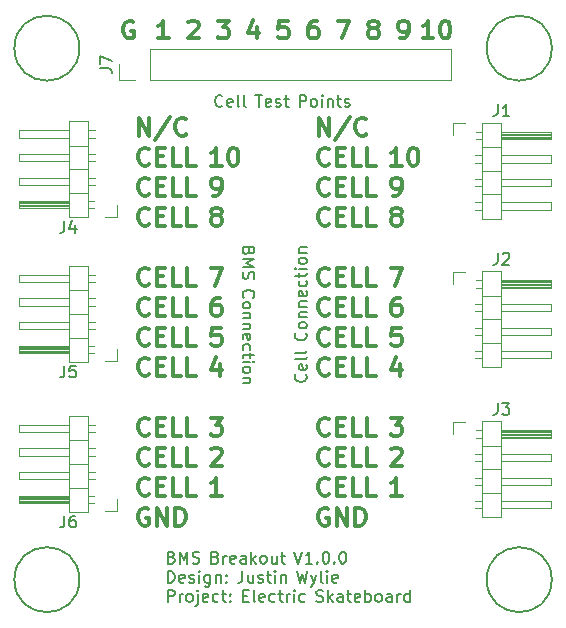
<source format=gto>
G04 #@! TF.GenerationSoftware,KiCad,Pcbnew,(7.0.0-0)*
G04 #@! TF.CreationDate,2023-05-28T12:49:39+02:00*
G04 #@! TF.ProjectId,bms-breakout-board,626d732d-6272-4656-916b-6f75742d626f,rev?*
G04 #@! TF.SameCoordinates,Original*
G04 #@! TF.FileFunction,Legend,Top*
G04 #@! TF.FilePolarity,Positive*
%FSLAX46Y46*%
G04 Gerber Fmt 4.6, Leading zero omitted, Abs format (unit mm)*
G04 Created by KiCad (PCBNEW (7.0.0-0)) date 2023-05-28 12:49:39*
%MOMM*%
%LPD*%
G01*
G04 APERTURE LIST*
%ADD10C,0.150000*%
%ADD11C,0.300000*%
%ADD12C,0.120000*%
%ADD13R,1.350000X1.350000*%
%ADD14O,1.350000X1.350000*%
%ADD15O,1.700000X1.700000*%
%ADD16R,1.700000X1.700000*%
G04 APERTURE END LIST*
D10*
X96250000Y-101500000D02*
G75*
G03*
X96250000Y-101500000I-2750000J0D01*
G01*
X56250000Y-101500000D02*
G75*
G03*
X56250000Y-101500000I-2750000J0D01*
G01*
X96250000Y-146500000D02*
G75*
G03*
X96250000Y-146500000I-2750000J0D01*
G01*
X56250000Y-146500000D02*
G75*
G03*
X56250000Y-146500000I-2750000J0D01*
G01*
D11*
X77414285Y-129070714D02*
X77342857Y-129142142D01*
X77342857Y-129142142D02*
X77128571Y-129213571D01*
X77128571Y-129213571D02*
X76985714Y-129213571D01*
X76985714Y-129213571D02*
X76771428Y-129142142D01*
X76771428Y-129142142D02*
X76628571Y-128999285D01*
X76628571Y-128999285D02*
X76557142Y-128856428D01*
X76557142Y-128856428D02*
X76485714Y-128570714D01*
X76485714Y-128570714D02*
X76485714Y-128356428D01*
X76485714Y-128356428D02*
X76557142Y-128070714D01*
X76557142Y-128070714D02*
X76628571Y-127927857D01*
X76628571Y-127927857D02*
X76771428Y-127785000D01*
X76771428Y-127785000D02*
X76985714Y-127713571D01*
X76985714Y-127713571D02*
X77128571Y-127713571D01*
X77128571Y-127713571D02*
X77342857Y-127785000D01*
X77342857Y-127785000D02*
X77414285Y-127856428D01*
X78057142Y-128427857D02*
X78557142Y-128427857D01*
X78771428Y-129213571D02*
X78057142Y-129213571D01*
X78057142Y-129213571D02*
X78057142Y-127713571D01*
X78057142Y-127713571D02*
X78771428Y-127713571D01*
X80128571Y-129213571D02*
X79414285Y-129213571D01*
X79414285Y-129213571D02*
X79414285Y-127713571D01*
X81342857Y-129213571D02*
X80628571Y-129213571D01*
X80628571Y-129213571D02*
X80628571Y-127713571D01*
X83385715Y-128213571D02*
X83385715Y-129213571D01*
X83028572Y-127642142D02*
X82671429Y-128713571D01*
X82671429Y-128713571D02*
X83600000Y-128713571D01*
X76557142Y-108893571D02*
X76557142Y-107393571D01*
X76557142Y-107393571D02*
X77414285Y-108893571D01*
X77414285Y-108893571D02*
X77414285Y-107393571D01*
X79200000Y-107322142D02*
X77914286Y-109250714D01*
X80557143Y-108750714D02*
X80485715Y-108822142D01*
X80485715Y-108822142D02*
X80271429Y-108893571D01*
X80271429Y-108893571D02*
X80128572Y-108893571D01*
X80128572Y-108893571D02*
X79914286Y-108822142D01*
X79914286Y-108822142D02*
X79771429Y-108679285D01*
X79771429Y-108679285D02*
X79700000Y-108536428D01*
X79700000Y-108536428D02*
X79628572Y-108250714D01*
X79628572Y-108250714D02*
X79628572Y-108036428D01*
X79628572Y-108036428D02*
X79700000Y-107750714D01*
X79700000Y-107750714D02*
X79771429Y-107607857D01*
X79771429Y-107607857D02*
X79914286Y-107465000D01*
X79914286Y-107465000D02*
X80128572Y-107393571D01*
X80128572Y-107393571D02*
X80271429Y-107393571D01*
X80271429Y-107393571D02*
X80485715Y-107465000D01*
X80485715Y-107465000D02*
X80557143Y-107536428D01*
X62174285Y-126530714D02*
X62102857Y-126602142D01*
X62102857Y-126602142D02*
X61888571Y-126673571D01*
X61888571Y-126673571D02*
X61745714Y-126673571D01*
X61745714Y-126673571D02*
X61531428Y-126602142D01*
X61531428Y-126602142D02*
X61388571Y-126459285D01*
X61388571Y-126459285D02*
X61317142Y-126316428D01*
X61317142Y-126316428D02*
X61245714Y-126030714D01*
X61245714Y-126030714D02*
X61245714Y-125816428D01*
X61245714Y-125816428D02*
X61317142Y-125530714D01*
X61317142Y-125530714D02*
X61388571Y-125387857D01*
X61388571Y-125387857D02*
X61531428Y-125245000D01*
X61531428Y-125245000D02*
X61745714Y-125173571D01*
X61745714Y-125173571D02*
X61888571Y-125173571D01*
X61888571Y-125173571D02*
X62102857Y-125245000D01*
X62102857Y-125245000D02*
X62174285Y-125316428D01*
X62817142Y-125887857D02*
X63317142Y-125887857D01*
X63531428Y-126673571D02*
X62817142Y-126673571D01*
X62817142Y-126673571D02*
X62817142Y-125173571D01*
X62817142Y-125173571D02*
X63531428Y-125173571D01*
X64888571Y-126673571D02*
X64174285Y-126673571D01*
X64174285Y-126673571D02*
X64174285Y-125173571D01*
X66102857Y-126673571D02*
X65388571Y-126673571D01*
X65388571Y-126673571D02*
X65388571Y-125173571D01*
X68217143Y-125173571D02*
X67502857Y-125173571D01*
X67502857Y-125173571D02*
X67431429Y-125887857D01*
X67431429Y-125887857D02*
X67502857Y-125816428D01*
X67502857Y-125816428D02*
X67645715Y-125745000D01*
X67645715Y-125745000D02*
X68002857Y-125745000D01*
X68002857Y-125745000D02*
X68145715Y-125816428D01*
X68145715Y-125816428D02*
X68217143Y-125887857D01*
X68217143Y-125887857D02*
X68288572Y-126030714D01*
X68288572Y-126030714D02*
X68288572Y-126387857D01*
X68288572Y-126387857D02*
X68217143Y-126530714D01*
X68217143Y-126530714D02*
X68145715Y-126602142D01*
X68145715Y-126602142D02*
X68002857Y-126673571D01*
X68002857Y-126673571D02*
X67645715Y-126673571D01*
X67645715Y-126673571D02*
X67502857Y-126602142D01*
X67502857Y-126602142D02*
X67431429Y-126530714D01*
X73890404Y-99173571D02*
X73176118Y-99173571D01*
X73176118Y-99173571D02*
X73104690Y-99887857D01*
X73104690Y-99887857D02*
X73176118Y-99816428D01*
X73176118Y-99816428D02*
X73318976Y-99745000D01*
X73318976Y-99745000D02*
X73676118Y-99745000D01*
X73676118Y-99745000D02*
X73818976Y-99816428D01*
X73818976Y-99816428D02*
X73890404Y-99887857D01*
X73890404Y-99887857D02*
X73961833Y-100030714D01*
X73961833Y-100030714D02*
X73961833Y-100387857D01*
X73961833Y-100387857D02*
X73890404Y-100530714D01*
X73890404Y-100530714D02*
X73818976Y-100602142D01*
X73818976Y-100602142D02*
X73676118Y-100673571D01*
X73676118Y-100673571D02*
X73318976Y-100673571D01*
X73318976Y-100673571D02*
X73176118Y-100602142D01*
X73176118Y-100602142D02*
X73104690Y-100530714D01*
X62174285Y-121450714D02*
X62102857Y-121522142D01*
X62102857Y-121522142D02*
X61888571Y-121593571D01*
X61888571Y-121593571D02*
X61745714Y-121593571D01*
X61745714Y-121593571D02*
X61531428Y-121522142D01*
X61531428Y-121522142D02*
X61388571Y-121379285D01*
X61388571Y-121379285D02*
X61317142Y-121236428D01*
X61317142Y-121236428D02*
X61245714Y-120950714D01*
X61245714Y-120950714D02*
X61245714Y-120736428D01*
X61245714Y-120736428D02*
X61317142Y-120450714D01*
X61317142Y-120450714D02*
X61388571Y-120307857D01*
X61388571Y-120307857D02*
X61531428Y-120165000D01*
X61531428Y-120165000D02*
X61745714Y-120093571D01*
X61745714Y-120093571D02*
X61888571Y-120093571D01*
X61888571Y-120093571D02*
X62102857Y-120165000D01*
X62102857Y-120165000D02*
X62174285Y-120236428D01*
X62817142Y-120807857D02*
X63317142Y-120807857D01*
X63531428Y-121593571D02*
X62817142Y-121593571D01*
X62817142Y-121593571D02*
X62817142Y-120093571D01*
X62817142Y-120093571D02*
X63531428Y-120093571D01*
X64888571Y-121593571D02*
X64174285Y-121593571D01*
X64174285Y-121593571D02*
X64174285Y-120093571D01*
X66102857Y-121593571D02*
X65388571Y-121593571D01*
X65388571Y-121593571D02*
X65388571Y-120093571D01*
X67360000Y-120093571D02*
X68360000Y-120093571D01*
X68360000Y-120093571D02*
X67717143Y-121593571D01*
X77342857Y-140485000D02*
X77200000Y-140413571D01*
X77200000Y-140413571D02*
X76985714Y-140413571D01*
X76985714Y-140413571D02*
X76771428Y-140485000D01*
X76771428Y-140485000D02*
X76628571Y-140627857D01*
X76628571Y-140627857D02*
X76557142Y-140770714D01*
X76557142Y-140770714D02*
X76485714Y-141056428D01*
X76485714Y-141056428D02*
X76485714Y-141270714D01*
X76485714Y-141270714D02*
X76557142Y-141556428D01*
X76557142Y-141556428D02*
X76628571Y-141699285D01*
X76628571Y-141699285D02*
X76771428Y-141842142D01*
X76771428Y-141842142D02*
X76985714Y-141913571D01*
X76985714Y-141913571D02*
X77128571Y-141913571D01*
X77128571Y-141913571D02*
X77342857Y-141842142D01*
X77342857Y-141842142D02*
X77414285Y-141770714D01*
X77414285Y-141770714D02*
X77414285Y-141270714D01*
X77414285Y-141270714D02*
X77128571Y-141270714D01*
X78057142Y-141913571D02*
X78057142Y-140413571D01*
X78057142Y-140413571D02*
X78914285Y-141913571D01*
X78914285Y-141913571D02*
X78914285Y-140413571D01*
X79628571Y-141913571D02*
X79628571Y-140413571D01*
X79628571Y-140413571D02*
X79985714Y-140413571D01*
X79985714Y-140413571D02*
X80200000Y-140485000D01*
X80200000Y-140485000D02*
X80342857Y-140627857D01*
X80342857Y-140627857D02*
X80414286Y-140770714D01*
X80414286Y-140770714D02*
X80485714Y-141056428D01*
X80485714Y-141056428D02*
X80485714Y-141270714D01*
X80485714Y-141270714D02*
X80414286Y-141556428D01*
X80414286Y-141556428D02*
X80342857Y-141699285D01*
X80342857Y-141699285D02*
X80200000Y-141842142D01*
X80200000Y-141842142D02*
X79985714Y-141913571D01*
X79985714Y-141913571D02*
X79628571Y-141913571D01*
X77414285Y-113830714D02*
X77342857Y-113902142D01*
X77342857Y-113902142D02*
X77128571Y-113973571D01*
X77128571Y-113973571D02*
X76985714Y-113973571D01*
X76985714Y-113973571D02*
X76771428Y-113902142D01*
X76771428Y-113902142D02*
X76628571Y-113759285D01*
X76628571Y-113759285D02*
X76557142Y-113616428D01*
X76557142Y-113616428D02*
X76485714Y-113330714D01*
X76485714Y-113330714D02*
X76485714Y-113116428D01*
X76485714Y-113116428D02*
X76557142Y-112830714D01*
X76557142Y-112830714D02*
X76628571Y-112687857D01*
X76628571Y-112687857D02*
X76771428Y-112545000D01*
X76771428Y-112545000D02*
X76985714Y-112473571D01*
X76985714Y-112473571D02*
X77128571Y-112473571D01*
X77128571Y-112473571D02*
X77342857Y-112545000D01*
X77342857Y-112545000D02*
X77414285Y-112616428D01*
X78057142Y-113187857D02*
X78557142Y-113187857D01*
X78771428Y-113973571D02*
X78057142Y-113973571D01*
X78057142Y-113973571D02*
X78057142Y-112473571D01*
X78057142Y-112473571D02*
X78771428Y-112473571D01*
X80128571Y-113973571D02*
X79414285Y-113973571D01*
X79414285Y-113973571D02*
X79414285Y-112473571D01*
X81342857Y-113973571D02*
X80628571Y-113973571D01*
X80628571Y-113973571D02*
X80628571Y-112473571D01*
X82814286Y-113973571D02*
X83100000Y-113973571D01*
X83100000Y-113973571D02*
X83242857Y-113902142D01*
X83242857Y-113902142D02*
X83314286Y-113830714D01*
X83314286Y-113830714D02*
X83457143Y-113616428D01*
X83457143Y-113616428D02*
X83528572Y-113330714D01*
X83528572Y-113330714D02*
X83528572Y-112759285D01*
X83528572Y-112759285D02*
X83457143Y-112616428D01*
X83457143Y-112616428D02*
X83385715Y-112545000D01*
X83385715Y-112545000D02*
X83242857Y-112473571D01*
X83242857Y-112473571D02*
X82957143Y-112473571D01*
X82957143Y-112473571D02*
X82814286Y-112545000D01*
X82814286Y-112545000D02*
X82742857Y-112616428D01*
X82742857Y-112616428D02*
X82671429Y-112759285D01*
X82671429Y-112759285D02*
X82671429Y-113116428D01*
X82671429Y-113116428D02*
X82742857Y-113259285D01*
X82742857Y-113259285D02*
X82814286Y-113330714D01*
X82814286Y-113330714D02*
X82957143Y-113402142D01*
X82957143Y-113402142D02*
X83242857Y-113402142D01*
X83242857Y-113402142D02*
X83385715Y-113330714D01*
X83385715Y-113330714D02*
X83457143Y-113259285D01*
X83457143Y-113259285D02*
X83528572Y-113116428D01*
X62174285Y-123990714D02*
X62102857Y-124062142D01*
X62102857Y-124062142D02*
X61888571Y-124133571D01*
X61888571Y-124133571D02*
X61745714Y-124133571D01*
X61745714Y-124133571D02*
X61531428Y-124062142D01*
X61531428Y-124062142D02*
X61388571Y-123919285D01*
X61388571Y-123919285D02*
X61317142Y-123776428D01*
X61317142Y-123776428D02*
X61245714Y-123490714D01*
X61245714Y-123490714D02*
X61245714Y-123276428D01*
X61245714Y-123276428D02*
X61317142Y-122990714D01*
X61317142Y-122990714D02*
X61388571Y-122847857D01*
X61388571Y-122847857D02*
X61531428Y-122705000D01*
X61531428Y-122705000D02*
X61745714Y-122633571D01*
X61745714Y-122633571D02*
X61888571Y-122633571D01*
X61888571Y-122633571D02*
X62102857Y-122705000D01*
X62102857Y-122705000D02*
X62174285Y-122776428D01*
X62817142Y-123347857D02*
X63317142Y-123347857D01*
X63531428Y-124133571D02*
X62817142Y-124133571D01*
X62817142Y-124133571D02*
X62817142Y-122633571D01*
X62817142Y-122633571D02*
X63531428Y-122633571D01*
X64888571Y-124133571D02*
X64174285Y-124133571D01*
X64174285Y-124133571D02*
X64174285Y-122633571D01*
X66102857Y-124133571D02*
X65388571Y-124133571D01*
X65388571Y-124133571D02*
X65388571Y-122633571D01*
X68145715Y-122633571D02*
X67860000Y-122633571D01*
X67860000Y-122633571D02*
X67717143Y-122705000D01*
X67717143Y-122705000D02*
X67645715Y-122776428D01*
X67645715Y-122776428D02*
X67502857Y-122990714D01*
X67502857Y-122990714D02*
X67431429Y-123276428D01*
X67431429Y-123276428D02*
X67431429Y-123847857D01*
X67431429Y-123847857D02*
X67502857Y-123990714D01*
X67502857Y-123990714D02*
X67574286Y-124062142D01*
X67574286Y-124062142D02*
X67717143Y-124133571D01*
X67717143Y-124133571D02*
X68002857Y-124133571D01*
X68002857Y-124133571D02*
X68145715Y-124062142D01*
X68145715Y-124062142D02*
X68217143Y-123990714D01*
X68217143Y-123990714D02*
X68288572Y-123847857D01*
X68288572Y-123847857D02*
X68288572Y-123490714D01*
X68288572Y-123490714D02*
X68217143Y-123347857D01*
X68217143Y-123347857D02*
X68145715Y-123276428D01*
X68145715Y-123276428D02*
X68002857Y-123205000D01*
X68002857Y-123205000D02*
X67717143Y-123205000D01*
X67717143Y-123205000D02*
X67574286Y-123276428D01*
X67574286Y-123276428D02*
X67502857Y-123347857D01*
X67502857Y-123347857D02*
X67431429Y-123490714D01*
X62174285Y-111290714D02*
X62102857Y-111362142D01*
X62102857Y-111362142D02*
X61888571Y-111433571D01*
X61888571Y-111433571D02*
X61745714Y-111433571D01*
X61745714Y-111433571D02*
X61531428Y-111362142D01*
X61531428Y-111362142D02*
X61388571Y-111219285D01*
X61388571Y-111219285D02*
X61317142Y-111076428D01*
X61317142Y-111076428D02*
X61245714Y-110790714D01*
X61245714Y-110790714D02*
X61245714Y-110576428D01*
X61245714Y-110576428D02*
X61317142Y-110290714D01*
X61317142Y-110290714D02*
X61388571Y-110147857D01*
X61388571Y-110147857D02*
X61531428Y-110005000D01*
X61531428Y-110005000D02*
X61745714Y-109933571D01*
X61745714Y-109933571D02*
X61888571Y-109933571D01*
X61888571Y-109933571D02*
X62102857Y-110005000D01*
X62102857Y-110005000D02*
X62174285Y-110076428D01*
X62817142Y-110647857D02*
X63317142Y-110647857D01*
X63531428Y-111433571D02*
X62817142Y-111433571D01*
X62817142Y-111433571D02*
X62817142Y-109933571D01*
X62817142Y-109933571D02*
X63531428Y-109933571D01*
X64888571Y-111433571D02*
X64174285Y-111433571D01*
X64174285Y-111433571D02*
X64174285Y-109933571D01*
X66102857Y-111433571D02*
X65388571Y-111433571D01*
X65388571Y-111433571D02*
X65388571Y-109933571D01*
X68288572Y-111433571D02*
X67431429Y-111433571D01*
X67860000Y-111433571D02*
X67860000Y-109933571D01*
X67860000Y-109933571D02*
X67717143Y-110147857D01*
X67717143Y-110147857D02*
X67574286Y-110290714D01*
X67574286Y-110290714D02*
X67431429Y-110362142D01*
X69217143Y-109933571D02*
X69360000Y-109933571D01*
X69360000Y-109933571D02*
X69502857Y-110005000D01*
X69502857Y-110005000D02*
X69574286Y-110076428D01*
X69574286Y-110076428D02*
X69645714Y-110219285D01*
X69645714Y-110219285D02*
X69717143Y-110505000D01*
X69717143Y-110505000D02*
X69717143Y-110862142D01*
X69717143Y-110862142D02*
X69645714Y-111147857D01*
X69645714Y-111147857D02*
X69574286Y-111290714D01*
X69574286Y-111290714D02*
X69502857Y-111362142D01*
X69502857Y-111362142D02*
X69360000Y-111433571D01*
X69360000Y-111433571D02*
X69217143Y-111433571D01*
X69217143Y-111433571D02*
X69074286Y-111362142D01*
X69074286Y-111362142D02*
X69002857Y-111290714D01*
X69002857Y-111290714D02*
X68931428Y-111147857D01*
X68931428Y-111147857D02*
X68860000Y-110862142D01*
X68860000Y-110862142D02*
X68860000Y-110505000D01*
X68860000Y-110505000D02*
X68931428Y-110219285D01*
X68931428Y-110219285D02*
X69002857Y-110076428D01*
X69002857Y-110076428D02*
X69074286Y-110005000D01*
X69074286Y-110005000D02*
X69217143Y-109933571D01*
X77414285Y-139230714D02*
X77342857Y-139302142D01*
X77342857Y-139302142D02*
X77128571Y-139373571D01*
X77128571Y-139373571D02*
X76985714Y-139373571D01*
X76985714Y-139373571D02*
X76771428Y-139302142D01*
X76771428Y-139302142D02*
X76628571Y-139159285D01*
X76628571Y-139159285D02*
X76557142Y-139016428D01*
X76557142Y-139016428D02*
X76485714Y-138730714D01*
X76485714Y-138730714D02*
X76485714Y-138516428D01*
X76485714Y-138516428D02*
X76557142Y-138230714D01*
X76557142Y-138230714D02*
X76628571Y-138087857D01*
X76628571Y-138087857D02*
X76771428Y-137945000D01*
X76771428Y-137945000D02*
X76985714Y-137873571D01*
X76985714Y-137873571D02*
X77128571Y-137873571D01*
X77128571Y-137873571D02*
X77342857Y-137945000D01*
X77342857Y-137945000D02*
X77414285Y-138016428D01*
X78057142Y-138587857D02*
X78557142Y-138587857D01*
X78771428Y-139373571D02*
X78057142Y-139373571D01*
X78057142Y-139373571D02*
X78057142Y-137873571D01*
X78057142Y-137873571D02*
X78771428Y-137873571D01*
X80128571Y-139373571D02*
X79414285Y-139373571D01*
X79414285Y-139373571D02*
X79414285Y-137873571D01*
X81342857Y-139373571D02*
X80628571Y-139373571D01*
X80628571Y-139373571D02*
X80628571Y-137873571D01*
X83528572Y-139373571D02*
X82671429Y-139373571D01*
X83100000Y-139373571D02*
X83100000Y-137873571D01*
X83100000Y-137873571D02*
X82957143Y-138087857D01*
X82957143Y-138087857D02*
X82814286Y-138230714D01*
X82814286Y-138230714D02*
X82671429Y-138302142D01*
X62174285Y-139230714D02*
X62102857Y-139302142D01*
X62102857Y-139302142D02*
X61888571Y-139373571D01*
X61888571Y-139373571D02*
X61745714Y-139373571D01*
X61745714Y-139373571D02*
X61531428Y-139302142D01*
X61531428Y-139302142D02*
X61388571Y-139159285D01*
X61388571Y-139159285D02*
X61317142Y-139016428D01*
X61317142Y-139016428D02*
X61245714Y-138730714D01*
X61245714Y-138730714D02*
X61245714Y-138516428D01*
X61245714Y-138516428D02*
X61317142Y-138230714D01*
X61317142Y-138230714D02*
X61388571Y-138087857D01*
X61388571Y-138087857D02*
X61531428Y-137945000D01*
X61531428Y-137945000D02*
X61745714Y-137873571D01*
X61745714Y-137873571D02*
X61888571Y-137873571D01*
X61888571Y-137873571D02*
X62102857Y-137945000D01*
X62102857Y-137945000D02*
X62174285Y-138016428D01*
X62817142Y-138587857D02*
X63317142Y-138587857D01*
X63531428Y-139373571D02*
X62817142Y-139373571D01*
X62817142Y-139373571D02*
X62817142Y-137873571D01*
X62817142Y-137873571D02*
X63531428Y-137873571D01*
X64888571Y-139373571D02*
X64174285Y-139373571D01*
X64174285Y-139373571D02*
X64174285Y-137873571D01*
X66102857Y-139373571D02*
X65388571Y-139373571D01*
X65388571Y-139373571D02*
X65388571Y-137873571D01*
X68288572Y-139373571D02*
X67431429Y-139373571D01*
X67860000Y-139373571D02*
X67860000Y-137873571D01*
X67860000Y-137873571D02*
X67717143Y-138087857D01*
X67717143Y-138087857D02*
X67574286Y-138230714D01*
X67574286Y-138230714D02*
X67431429Y-138302142D01*
X62174285Y-134150714D02*
X62102857Y-134222142D01*
X62102857Y-134222142D02*
X61888571Y-134293571D01*
X61888571Y-134293571D02*
X61745714Y-134293571D01*
X61745714Y-134293571D02*
X61531428Y-134222142D01*
X61531428Y-134222142D02*
X61388571Y-134079285D01*
X61388571Y-134079285D02*
X61317142Y-133936428D01*
X61317142Y-133936428D02*
X61245714Y-133650714D01*
X61245714Y-133650714D02*
X61245714Y-133436428D01*
X61245714Y-133436428D02*
X61317142Y-133150714D01*
X61317142Y-133150714D02*
X61388571Y-133007857D01*
X61388571Y-133007857D02*
X61531428Y-132865000D01*
X61531428Y-132865000D02*
X61745714Y-132793571D01*
X61745714Y-132793571D02*
X61888571Y-132793571D01*
X61888571Y-132793571D02*
X62102857Y-132865000D01*
X62102857Y-132865000D02*
X62174285Y-132936428D01*
X62817142Y-133507857D02*
X63317142Y-133507857D01*
X63531428Y-134293571D02*
X62817142Y-134293571D01*
X62817142Y-134293571D02*
X62817142Y-132793571D01*
X62817142Y-132793571D02*
X63531428Y-132793571D01*
X64888571Y-134293571D02*
X64174285Y-134293571D01*
X64174285Y-134293571D02*
X64174285Y-132793571D01*
X66102857Y-134293571D02*
X65388571Y-134293571D01*
X65388571Y-134293571D02*
X65388571Y-132793571D01*
X67360000Y-132793571D02*
X68288572Y-132793571D01*
X68288572Y-132793571D02*
X67788572Y-133365000D01*
X67788572Y-133365000D02*
X68002857Y-133365000D01*
X68002857Y-133365000D02*
X68145715Y-133436428D01*
X68145715Y-133436428D02*
X68217143Y-133507857D01*
X68217143Y-133507857D02*
X68288572Y-133650714D01*
X68288572Y-133650714D02*
X68288572Y-134007857D01*
X68288572Y-134007857D02*
X68217143Y-134150714D01*
X68217143Y-134150714D02*
X68145715Y-134222142D01*
X68145715Y-134222142D02*
X68002857Y-134293571D01*
X68002857Y-134293571D02*
X67574286Y-134293571D01*
X67574286Y-134293571D02*
X67431429Y-134222142D01*
X67431429Y-134222142D02*
X67360000Y-134150714D01*
X63801833Y-100673571D02*
X62944690Y-100673571D01*
X63373261Y-100673571D02*
X63373261Y-99173571D01*
X63373261Y-99173571D02*
X63230404Y-99387857D01*
X63230404Y-99387857D02*
X63087547Y-99530714D01*
X63087547Y-99530714D02*
X62944690Y-99602142D01*
X77414285Y-121450714D02*
X77342857Y-121522142D01*
X77342857Y-121522142D02*
X77128571Y-121593571D01*
X77128571Y-121593571D02*
X76985714Y-121593571D01*
X76985714Y-121593571D02*
X76771428Y-121522142D01*
X76771428Y-121522142D02*
X76628571Y-121379285D01*
X76628571Y-121379285D02*
X76557142Y-121236428D01*
X76557142Y-121236428D02*
X76485714Y-120950714D01*
X76485714Y-120950714D02*
X76485714Y-120736428D01*
X76485714Y-120736428D02*
X76557142Y-120450714D01*
X76557142Y-120450714D02*
X76628571Y-120307857D01*
X76628571Y-120307857D02*
X76771428Y-120165000D01*
X76771428Y-120165000D02*
X76985714Y-120093571D01*
X76985714Y-120093571D02*
X77128571Y-120093571D01*
X77128571Y-120093571D02*
X77342857Y-120165000D01*
X77342857Y-120165000D02*
X77414285Y-120236428D01*
X78057142Y-120807857D02*
X78557142Y-120807857D01*
X78771428Y-121593571D02*
X78057142Y-121593571D01*
X78057142Y-121593571D02*
X78057142Y-120093571D01*
X78057142Y-120093571D02*
X78771428Y-120093571D01*
X80128571Y-121593571D02*
X79414285Y-121593571D01*
X79414285Y-121593571D02*
X79414285Y-120093571D01*
X81342857Y-121593571D02*
X80628571Y-121593571D01*
X80628571Y-121593571D02*
X80628571Y-120093571D01*
X82600000Y-120093571D02*
X83600000Y-120093571D01*
X83600000Y-120093571D02*
X82957143Y-121593571D01*
X62174285Y-113830714D02*
X62102857Y-113902142D01*
X62102857Y-113902142D02*
X61888571Y-113973571D01*
X61888571Y-113973571D02*
X61745714Y-113973571D01*
X61745714Y-113973571D02*
X61531428Y-113902142D01*
X61531428Y-113902142D02*
X61388571Y-113759285D01*
X61388571Y-113759285D02*
X61317142Y-113616428D01*
X61317142Y-113616428D02*
X61245714Y-113330714D01*
X61245714Y-113330714D02*
X61245714Y-113116428D01*
X61245714Y-113116428D02*
X61317142Y-112830714D01*
X61317142Y-112830714D02*
X61388571Y-112687857D01*
X61388571Y-112687857D02*
X61531428Y-112545000D01*
X61531428Y-112545000D02*
X61745714Y-112473571D01*
X61745714Y-112473571D02*
X61888571Y-112473571D01*
X61888571Y-112473571D02*
X62102857Y-112545000D01*
X62102857Y-112545000D02*
X62174285Y-112616428D01*
X62817142Y-113187857D02*
X63317142Y-113187857D01*
X63531428Y-113973571D02*
X62817142Y-113973571D01*
X62817142Y-113973571D02*
X62817142Y-112473571D01*
X62817142Y-112473571D02*
X63531428Y-112473571D01*
X64888571Y-113973571D02*
X64174285Y-113973571D01*
X64174285Y-113973571D02*
X64174285Y-112473571D01*
X66102857Y-113973571D02*
X65388571Y-113973571D01*
X65388571Y-113973571D02*
X65388571Y-112473571D01*
X67574286Y-113973571D02*
X67860000Y-113973571D01*
X67860000Y-113973571D02*
X68002857Y-113902142D01*
X68002857Y-113902142D02*
X68074286Y-113830714D01*
X68074286Y-113830714D02*
X68217143Y-113616428D01*
X68217143Y-113616428D02*
X68288572Y-113330714D01*
X68288572Y-113330714D02*
X68288572Y-112759285D01*
X68288572Y-112759285D02*
X68217143Y-112616428D01*
X68217143Y-112616428D02*
X68145715Y-112545000D01*
X68145715Y-112545000D02*
X68002857Y-112473571D01*
X68002857Y-112473571D02*
X67717143Y-112473571D01*
X67717143Y-112473571D02*
X67574286Y-112545000D01*
X67574286Y-112545000D02*
X67502857Y-112616428D01*
X67502857Y-112616428D02*
X67431429Y-112759285D01*
X67431429Y-112759285D02*
X67431429Y-113116428D01*
X67431429Y-113116428D02*
X67502857Y-113259285D01*
X67502857Y-113259285D02*
X67574286Y-113330714D01*
X67574286Y-113330714D02*
X67717143Y-113402142D01*
X67717143Y-113402142D02*
X68002857Y-113402142D01*
X68002857Y-113402142D02*
X68145715Y-113330714D01*
X68145715Y-113330714D02*
X68217143Y-113259285D01*
X68217143Y-113259285D02*
X68288572Y-113116428D01*
X62174285Y-116370714D02*
X62102857Y-116442142D01*
X62102857Y-116442142D02*
X61888571Y-116513571D01*
X61888571Y-116513571D02*
X61745714Y-116513571D01*
X61745714Y-116513571D02*
X61531428Y-116442142D01*
X61531428Y-116442142D02*
X61388571Y-116299285D01*
X61388571Y-116299285D02*
X61317142Y-116156428D01*
X61317142Y-116156428D02*
X61245714Y-115870714D01*
X61245714Y-115870714D02*
X61245714Y-115656428D01*
X61245714Y-115656428D02*
X61317142Y-115370714D01*
X61317142Y-115370714D02*
X61388571Y-115227857D01*
X61388571Y-115227857D02*
X61531428Y-115085000D01*
X61531428Y-115085000D02*
X61745714Y-115013571D01*
X61745714Y-115013571D02*
X61888571Y-115013571D01*
X61888571Y-115013571D02*
X62102857Y-115085000D01*
X62102857Y-115085000D02*
X62174285Y-115156428D01*
X62817142Y-115727857D02*
X63317142Y-115727857D01*
X63531428Y-116513571D02*
X62817142Y-116513571D01*
X62817142Y-116513571D02*
X62817142Y-115013571D01*
X62817142Y-115013571D02*
X63531428Y-115013571D01*
X64888571Y-116513571D02*
X64174285Y-116513571D01*
X64174285Y-116513571D02*
X64174285Y-115013571D01*
X66102857Y-116513571D02*
X65388571Y-116513571D01*
X65388571Y-116513571D02*
X65388571Y-115013571D01*
X67717143Y-115656428D02*
X67574286Y-115585000D01*
X67574286Y-115585000D02*
X67502857Y-115513571D01*
X67502857Y-115513571D02*
X67431429Y-115370714D01*
X67431429Y-115370714D02*
X67431429Y-115299285D01*
X67431429Y-115299285D02*
X67502857Y-115156428D01*
X67502857Y-115156428D02*
X67574286Y-115085000D01*
X67574286Y-115085000D02*
X67717143Y-115013571D01*
X67717143Y-115013571D02*
X68002857Y-115013571D01*
X68002857Y-115013571D02*
X68145715Y-115085000D01*
X68145715Y-115085000D02*
X68217143Y-115156428D01*
X68217143Y-115156428D02*
X68288572Y-115299285D01*
X68288572Y-115299285D02*
X68288572Y-115370714D01*
X68288572Y-115370714D02*
X68217143Y-115513571D01*
X68217143Y-115513571D02*
X68145715Y-115585000D01*
X68145715Y-115585000D02*
X68002857Y-115656428D01*
X68002857Y-115656428D02*
X67717143Y-115656428D01*
X67717143Y-115656428D02*
X67574286Y-115727857D01*
X67574286Y-115727857D02*
X67502857Y-115799285D01*
X67502857Y-115799285D02*
X67431429Y-115942142D01*
X67431429Y-115942142D02*
X67431429Y-116227857D01*
X67431429Y-116227857D02*
X67502857Y-116370714D01*
X67502857Y-116370714D02*
X67574286Y-116442142D01*
X67574286Y-116442142D02*
X67717143Y-116513571D01*
X67717143Y-116513571D02*
X68002857Y-116513571D01*
X68002857Y-116513571D02*
X68145715Y-116442142D01*
X68145715Y-116442142D02*
X68217143Y-116370714D01*
X68217143Y-116370714D02*
X68288572Y-116227857D01*
X68288572Y-116227857D02*
X68288572Y-115942142D01*
X68288572Y-115942142D02*
X68217143Y-115799285D01*
X68217143Y-115799285D02*
X68145715Y-115727857D01*
X68145715Y-115727857D02*
X68002857Y-115656428D01*
X77414285Y-126530714D02*
X77342857Y-126602142D01*
X77342857Y-126602142D02*
X77128571Y-126673571D01*
X77128571Y-126673571D02*
X76985714Y-126673571D01*
X76985714Y-126673571D02*
X76771428Y-126602142D01*
X76771428Y-126602142D02*
X76628571Y-126459285D01*
X76628571Y-126459285D02*
X76557142Y-126316428D01*
X76557142Y-126316428D02*
X76485714Y-126030714D01*
X76485714Y-126030714D02*
X76485714Y-125816428D01*
X76485714Y-125816428D02*
X76557142Y-125530714D01*
X76557142Y-125530714D02*
X76628571Y-125387857D01*
X76628571Y-125387857D02*
X76771428Y-125245000D01*
X76771428Y-125245000D02*
X76985714Y-125173571D01*
X76985714Y-125173571D02*
X77128571Y-125173571D01*
X77128571Y-125173571D02*
X77342857Y-125245000D01*
X77342857Y-125245000D02*
X77414285Y-125316428D01*
X78057142Y-125887857D02*
X78557142Y-125887857D01*
X78771428Y-126673571D02*
X78057142Y-126673571D01*
X78057142Y-126673571D02*
X78057142Y-125173571D01*
X78057142Y-125173571D02*
X78771428Y-125173571D01*
X80128571Y-126673571D02*
X79414285Y-126673571D01*
X79414285Y-126673571D02*
X79414285Y-125173571D01*
X81342857Y-126673571D02*
X80628571Y-126673571D01*
X80628571Y-126673571D02*
X80628571Y-125173571D01*
X83457143Y-125173571D02*
X82742857Y-125173571D01*
X82742857Y-125173571D02*
X82671429Y-125887857D01*
X82671429Y-125887857D02*
X82742857Y-125816428D01*
X82742857Y-125816428D02*
X82885715Y-125745000D01*
X82885715Y-125745000D02*
X83242857Y-125745000D01*
X83242857Y-125745000D02*
X83385715Y-125816428D01*
X83385715Y-125816428D02*
X83457143Y-125887857D01*
X83457143Y-125887857D02*
X83528572Y-126030714D01*
X83528572Y-126030714D02*
X83528572Y-126387857D01*
X83528572Y-126387857D02*
X83457143Y-126530714D01*
X83457143Y-126530714D02*
X83385715Y-126602142D01*
X83385715Y-126602142D02*
X83242857Y-126673571D01*
X83242857Y-126673571D02*
X82885715Y-126673571D01*
X82885715Y-126673571D02*
X82742857Y-126602142D01*
X82742857Y-126602142D02*
X82671429Y-126530714D01*
X77414285Y-111290714D02*
X77342857Y-111362142D01*
X77342857Y-111362142D02*
X77128571Y-111433571D01*
X77128571Y-111433571D02*
X76985714Y-111433571D01*
X76985714Y-111433571D02*
X76771428Y-111362142D01*
X76771428Y-111362142D02*
X76628571Y-111219285D01*
X76628571Y-111219285D02*
X76557142Y-111076428D01*
X76557142Y-111076428D02*
X76485714Y-110790714D01*
X76485714Y-110790714D02*
X76485714Y-110576428D01*
X76485714Y-110576428D02*
X76557142Y-110290714D01*
X76557142Y-110290714D02*
X76628571Y-110147857D01*
X76628571Y-110147857D02*
X76771428Y-110005000D01*
X76771428Y-110005000D02*
X76985714Y-109933571D01*
X76985714Y-109933571D02*
X77128571Y-109933571D01*
X77128571Y-109933571D02*
X77342857Y-110005000D01*
X77342857Y-110005000D02*
X77414285Y-110076428D01*
X78057142Y-110647857D02*
X78557142Y-110647857D01*
X78771428Y-111433571D02*
X78057142Y-111433571D01*
X78057142Y-111433571D02*
X78057142Y-109933571D01*
X78057142Y-109933571D02*
X78771428Y-109933571D01*
X80128571Y-111433571D02*
X79414285Y-111433571D01*
X79414285Y-111433571D02*
X79414285Y-109933571D01*
X81342857Y-111433571D02*
X80628571Y-111433571D01*
X80628571Y-111433571D02*
X80628571Y-109933571D01*
X83528572Y-111433571D02*
X82671429Y-111433571D01*
X83100000Y-111433571D02*
X83100000Y-109933571D01*
X83100000Y-109933571D02*
X82957143Y-110147857D01*
X82957143Y-110147857D02*
X82814286Y-110290714D01*
X82814286Y-110290714D02*
X82671429Y-110362142D01*
X84457143Y-109933571D02*
X84600000Y-109933571D01*
X84600000Y-109933571D02*
X84742857Y-110005000D01*
X84742857Y-110005000D02*
X84814286Y-110076428D01*
X84814286Y-110076428D02*
X84885714Y-110219285D01*
X84885714Y-110219285D02*
X84957143Y-110505000D01*
X84957143Y-110505000D02*
X84957143Y-110862142D01*
X84957143Y-110862142D02*
X84885714Y-111147857D01*
X84885714Y-111147857D02*
X84814286Y-111290714D01*
X84814286Y-111290714D02*
X84742857Y-111362142D01*
X84742857Y-111362142D02*
X84600000Y-111433571D01*
X84600000Y-111433571D02*
X84457143Y-111433571D01*
X84457143Y-111433571D02*
X84314286Y-111362142D01*
X84314286Y-111362142D02*
X84242857Y-111290714D01*
X84242857Y-111290714D02*
X84171428Y-111147857D01*
X84171428Y-111147857D02*
X84100000Y-110862142D01*
X84100000Y-110862142D02*
X84100000Y-110505000D01*
X84100000Y-110505000D02*
X84171428Y-110219285D01*
X84171428Y-110219285D02*
X84242857Y-110076428D01*
X84242857Y-110076428D02*
X84314286Y-110005000D01*
X84314286Y-110005000D02*
X84457143Y-109933571D01*
X67953261Y-99173571D02*
X68881833Y-99173571D01*
X68881833Y-99173571D02*
X68381833Y-99745000D01*
X68381833Y-99745000D02*
X68596118Y-99745000D01*
X68596118Y-99745000D02*
X68738976Y-99816428D01*
X68738976Y-99816428D02*
X68810404Y-99887857D01*
X68810404Y-99887857D02*
X68881833Y-100030714D01*
X68881833Y-100030714D02*
X68881833Y-100387857D01*
X68881833Y-100387857D02*
X68810404Y-100530714D01*
X68810404Y-100530714D02*
X68738976Y-100602142D01*
X68738976Y-100602142D02*
X68596118Y-100673571D01*
X68596118Y-100673571D02*
X68167547Y-100673571D01*
X68167547Y-100673571D02*
X68024690Y-100602142D01*
X68024690Y-100602142D02*
X67953261Y-100530714D01*
X76358976Y-99173571D02*
X76073261Y-99173571D01*
X76073261Y-99173571D02*
X75930404Y-99245000D01*
X75930404Y-99245000D02*
X75858976Y-99316428D01*
X75858976Y-99316428D02*
X75716118Y-99530714D01*
X75716118Y-99530714D02*
X75644690Y-99816428D01*
X75644690Y-99816428D02*
X75644690Y-100387857D01*
X75644690Y-100387857D02*
X75716118Y-100530714D01*
X75716118Y-100530714D02*
X75787547Y-100602142D01*
X75787547Y-100602142D02*
X75930404Y-100673571D01*
X75930404Y-100673571D02*
X76216118Y-100673571D01*
X76216118Y-100673571D02*
X76358976Y-100602142D01*
X76358976Y-100602142D02*
X76430404Y-100530714D01*
X76430404Y-100530714D02*
X76501833Y-100387857D01*
X76501833Y-100387857D02*
X76501833Y-100030714D01*
X76501833Y-100030714D02*
X76430404Y-99887857D01*
X76430404Y-99887857D02*
X76358976Y-99816428D01*
X76358976Y-99816428D02*
X76216118Y-99745000D01*
X76216118Y-99745000D02*
X75930404Y-99745000D01*
X75930404Y-99745000D02*
X75787547Y-99816428D01*
X75787547Y-99816428D02*
X75716118Y-99887857D01*
X75716118Y-99887857D02*
X75644690Y-100030714D01*
X65484690Y-99316428D02*
X65556118Y-99245000D01*
X65556118Y-99245000D02*
X65698976Y-99173571D01*
X65698976Y-99173571D02*
X66056118Y-99173571D01*
X66056118Y-99173571D02*
X66198976Y-99245000D01*
X66198976Y-99245000D02*
X66270404Y-99316428D01*
X66270404Y-99316428D02*
X66341833Y-99459285D01*
X66341833Y-99459285D02*
X66341833Y-99602142D01*
X66341833Y-99602142D02*
X66270404Y-99816428D01*
X66270404Y-99816428D02*
X65413261Y-100673571D01*
X65413261Y-100673571D02*
X66341833Y-100673571D01*
D10*
X64071428Y-144608571D02*
X64214285Y-144656190D01*
X64214285Y-144656190D02*
X64261904Y-144703809D01*
X64261904Y-144703809D02*
X64309523Y-144799047D01*
X64309523Y-144799047D02*
X64309523Y-144941904D01*
X64309523Y-144941904D02*
X64261904Y-145037142D01*
X64261904Y-145037142D02*
X64214285Y-145084761D01*
X64214285Y-145084761D02*
X64119047Y-145132380D01*
X64119047Y-145132380D02*
X63738095Y-145132380D01*
X63738095Y-145132380D02*
X63738095Y-144132380D01*
X63738095Y-144132380D02*
X64071428Y-144132380D01*
X64071428Y-144132380D02*
X64166666Y-144180000D01*
X64166666Y-144180000D02*
X64214285Y-144227619D01*
X64214285Y-144227619D02*
X64261904Y-144322857D01*
X64261904Y-144322857D02*
X64261904Y-144418095D01*
X64261904Y-144418095D02*
X64214285Y-144513333D01*
X64214285Y-144513333D02*
X64166666Y-144560952D01*
X64166666Y-144560952D02*
X64071428Y-144608571D01*
X64071428Y-144608571D02*
X63738095Y-144608571D01*
X64738095Y-145132380D02*
X64738095Y-144132380D01*
X64738095Y-144132380D02*
X65071428Y-144846666D01*
X65071428Y-144846666D02*
X65404761Y-144132380D01*
X65404761Y-144132380D02*
X65404761Y-145132380D01*
X65833333Y-145084761D02*
X65976190Y-145132380D01*
X65976190Y-145132380D02*
X66214285Y-145132380D01*
X66214285Y-145132380D02*
X66309523Y-145084761D01*
X66309523Y-145084761D02*
X66357142Y-145037142D01*
X66357142Y-145037142D02*
X66404761Y-144941904D01*
X66404761Y-144941904D02*
X66404761Y-144846666D01*
X66404761Y-144846666D02*
X66357142Y-144751428D01*
X66357142Y-144751428D02*
X66309523Y-144703809D01*
X66309523Y-144703809D02*
X66214285Y-144656190D01*
X66214285Y-144656190D02*
X66023809Y-144608571D01*
X66023809Y-144608571D02*
X65928571Y-144560952D01*
X65928571Y-144560952D02*
X65880952Y-144513333D01*
X65880952Y-144513333D02*
X65833333Y-144418095D01*
X65833333Y-144418095D02*
X65833333Y-144322857D01*
X65833333Y-144322857D02*
X65880952Y-144227619D01*
X65880952Y-144227619D02*
X65928571Y-144180000D01*
X65928571Y-144180000D02*
X66023809Y-144132380D01*
X66023809Y-144132380D02*
X66261904Y-144132380D01*
X66261904Y-144132380D02*
X66404761Y-144180000D01*
X67766666Y-144608571D02*
X67909523Y-144656190D01*
X67909523Y-144656190D02*
X67957142Y-144703809D01*
X67957142Y-144703809D02*
X68004761Y-144799047D01*
X68004761Y-144799047D02*
X68004761Y-144941904D01*
X68004761Y-144941904D02*
X67957142Y-145037142D01*
X67957142Y-145037142D02*
X67909523Y-145084761D01*
X67909523Y-145084761D02*
X67814285Y-145132380D01*
X67814285Y-145132380D02*
X67433333Y-145132380D01*
X67433333Y-145132380D02*
X67433333Y-144132380D01*
X67433333Y-144132380D02*
X67766666Y-144132380D01*
X67766666Y-144132380D02*
X67861904Y-144180000D01*
X67861904Y-144180000D02*
X67909523Y-144227619D01*
X67909523Y-144227619D02*
X67957142Y-144322857D01*
X67957142Y-144322857D02*
X67957142Y-144418095D01*
X67957142Y-144418095D02*
X67909523Y-144513333D01*
X67909523Y-144513333D02*
X67861904Y-144560952D01*
X67861904Y-144560952D02*
X67766666Y-144608571D01*
X67766666Y-144608571D02*
X67433333Y-144608571D01*
X68433333Y-145132380D02*
X68433333Y-144465714D01*
X68433333Y-144656190D02*
X68480952Y-144560952D01*
X68480952Y-144560952D02*
X68528571Y-144513333D01*
X68528571Y-144513333D02*
X68623809Y-144465714D01*
X68623809Y-144465714D02*
X68719047Y-144465714D01*
X69433333Y-145084761D02*
X69338095Y-145132380D01*
X69338095Y-145132380D02*
X69147619Y-145132380D01*
X69147619Y-145132380D02*
X69052381Y-145084761D01*
X69052381Y-145084761D02*
X69004762Y-144989523D01*
X69004762Y-144989523D02*
X69004762Y-144608571D01*
X69004762Y-144608571D02*
X69052381Y-144513333D01*
X69052381Y-144513333D02*
X69147619Y-144465714D01*
X69147619Y-144465714D02*
X69338095Y-144465714D01*
X69338095Y-144465714D02*
X69433333Y-144513333D01*
X69433333Y-144513333D02*
X69480952Y-144608571D01*
X69480952Y-144608571D02*
X69480952Y-144703809D01*
X69480952Y-144703809D02*
X69004762Y-144799047D01*
X70338095Y-145132380D02*
X70338095Y-144608571D01*
X70338095Y-144608571D02*
X70290476Y-144513333D01*
X70290476Y-144513333D02*
X70195238Y-144465714D01*
X70195238Y-144465714D02*
X70004762Y-144465714D01*
X70004762Y-144465714D02*
X69909524Y-144513333D01*
X70338095Y-145084761D02*
X70242857Y-145132380D01*
X70242857Y-145132380D02*
X70004762Y-145132380D01*
X70004762Y-145132380D02*
X69909524Y-145084761D01*
X69909524Y-145084761D02*
X69861905Y-144989523D01*
X69861905Y-144989523D02*
X69861905Y-144894285D01*
X69861905Y-144894285D02*
X69909524Y-144799047D01*
X69909524Y-144799047D02*
X70004762Y-144751428D01*
X70004762Y-144751428D02*
X70242857Y-144751428D01*
X70242857Y-144751428D02*
X70338095Y-144703809D01*
X70814286Y-145132380D02*
X70814286Y-144132380D01*
X70909524Y-144751428D02*
X71195238Y-145132380D01*
X71195238Y-144465714D02*
X70814286Y-144846666D01*
X71766667Y-145132380D02*
X71671429Y-145084761D01*
X71671429Y-145084761D02*
X71623810Y-145037142D01*
X71623810Y-145037142D02*
X71576191Y-144941904D01*
X71576191Y-144941904D02*
X71576191Y-144656190D01*
X71576191Y-144656190D02*
X71623810Y-144560952D01*
X71623810Y-144560952D02*
X71671429Y-144513333D01*
X71671429Y-144513333D02*
X71766667Y-144465714D01*
X71766667Y-144465714D02*
X71909524Y-144465714D01*
X71909524Y-144465714D02*
X72004762Y-144513333D01*
X72004762Y-144513333D02*
X72052381Y-144560952D01*
X72052381Y-144560952D02*
X72100000Y-144656190D01*
X72100000Y-144656190D02*
X72100000Y-144941904D01*
X72100000Y-144941904D02*
X72052381Y-145037142D01*
X72052381Y-145037142D02*
X72004762Y-145084761D01*
X72004762Y-145084761D02*
X71909524Y-145132380D01*
X71909524Y-145132380D02*
X71766667Y-145132380D01*
X72957143Y-144465714D02*
X72957143Y-145132380D01*
X72528572Y-144465714D02*
X72528572Y-144989523D01*
X72528572Y-144989523D02*
X72576191Y-145084761D01*
X72576191Y-145084761D02*
X72671429Y-145132380D01*
X72671429Y-145132380D02*
X72814286Y-145132380D01*
X72814286Y-145132380D02*
X72909524Y-145084761D01*
X72909524Y-145084761D02*
X72957143Y-145037142D01*
X73290477Y-144465714D02*
X73671429Y-144465714D01*
X73433334Y-144132380D02*
X73433334Y-144989523D01*
X73433334Y-144989523D02*
X73480953Y-145084761D01*
X73480953Y-145084761D02*
X73576191Y-145132380D01*
X73576191Y-145132380D02*
X73671429Y-145132380D01*
X74461906Y-144132380D02*
X74795239Y-145132380D01*
X74795239Y-145132380D02*
X75128572Y-144132380D01*
X75985715Y-145132380D02*
X75414287Y-145132380D01*
X75700001Y-145132380D02*
X75700001Y-144132380D01*
X75700001Y-144132380D02*
X75604763Y-144275238D01*
X75604763Y-144275238D02*
X75509525Y-144370476D01*
X75509525Y-144370476D02*
X75414287Y-144418095D01*
X76414287Y-145037142D02*
X76461906Y-145084761D01*
X76461906Y-145084761D02*
X76414287Y-145132380D01*
X76414287Y-145132380D02*
X76366668Y-145084761D01*
X76366668Y-145084761D02*
X76414287Y-145037142D01*
X76414287Y-145037142D02*
X76414287Y-145132380D01*
X77080953Y-144132380D02*
X77176191Y-144132380D01*
X77176191Y-144132380D02*
X77271429Y-144180000D01*
X77271429Y-144180000D02*
X77319048Y-144227619D01*
X77319048Y-144227619D02*
X77366667Y-144322857D01*
X77366667Y-144322857D02*
X77414286Y-144513333D01*
X77414286Y-144513333D02*
X77414286Y-144751428D01*
X77414286Y-144751428D02*
X77366667Y-144941904D01*
X77366667Y-144941904D02*
X77319048Y-145037142D01*
X77319048Y-145037142D02*
X77271429Y-145084761D01*
X77271429Y-145084761D02*
X77176191Y-145132380D01*
X77176191Y-145132380D02*
X77080953Y-145132380D01*
X77080953Y-145132380D02*
X76985715Y-145084761D01*
X76985715Y-145084761D02*
X76938096Y-145037142D01*
X76938096Y-145037142D02*
X76890477Y-144941904D01*
X76890477Y-144941904D02*
X76842858Y-144751428D01*
X76842858Y-144751428D02*
X76842858Y-144513333D01*
X76842858Y-144513333D02*
X76890477Y-144322857D01*
X76890477Y-144322857D02*
X76938096Y-144227619D01*
X76938096Y-144227619D02*
X76985715Y-144180000D01*
X76985715Y-144180000D02*
X77080953Y-144132380D01*
X77842858Y-145037142D02*
X77890477Y-145084761D01*
X77890477Y-145084761D02*
X77842858Y-145132380D01*
X77842858Y-145132380D02*
X77795239Y-145084761D01*
X77795239Y-145084761D02*
X77842858Y-145037142D01*
X77842858Y-145037142D02*
X77842858Y-145132380D01*
X78509524Y-144132380D02*
X78604762Y-144132380D01*
X78604762Y-144132380D02*
X78700000Y-144180000D01*
X78700000Y-144180000D02*
X78747619Y-144227619D01*
X78747619Y-144227619D02*
X78795238Y-144322857D01*
X78795238Y-144322857D02*
X78842857Y-144513333D01*
X78842857Y-144513333D02*
X78842857Y-144751428D01*
X78842857Y-144751428D02*
X78795238Y-144941904D01*
X78795238Y-144941904D02*
X78747619Y-145037142D01*
X78747619Y-145037142D02*
X78700000Y-145084761D01*
X78700000Y-145084761D02*
X78604762Y-145132380D01*
X78604762Y-145132380D02*
X78509524Y-145132380D01*
X78509524Y-145132380D02*
X78414286Y-145084761D01*
X78414286Y-145084761D02*
X78366667Y-145037142D01*
X78366667Y-145037142D02*
X78319048Y-144941904D01*
X78319048Y-144941904D02*
X78271429Y-144751428D01*
X78271429Y-144751428D02*
X78271429Y-144513333D01*
X78271429Y-144513333D02*
X78319048Y-144322857D01*
X78319048Y-144322857D02*
X78366667Y-144227619D01*
X78366667Y-144227619D02*
X78414286Y-144180000D01*
X78414286Y-144180000D02*
X78509524Y-144132380D01*
X63738095Y-146752380D02*
X63738095Y-145752380D01*
X63738095Y-145752380D02*
X63976190Y-145752380D01*
X63976190Y-145752380D02*
X64119047Y-145800000D01*
X64119047Y-145800000D02*
X64214285Y-145895238D01*
X64214285Y-145895238D02*
X64261904Y-145990476D01*
X64261904Y-145990476D02*
X64309523Y-146180952D01*
X64309523Y-146180952D02*
X64309523Y-146323809D01*
X64309523Y-146323809D02*
X64261904Y-146514285D01*
X64261904Y-146514285D02*
X64214285Y-146609523D01*
X64214285Y-146609523D02*
X64119047Y-146704761D01*
X64119047Y-146704761D02*
X63976190Y-146752380D01*
X63976190Y-146752380D02*
X63738095Y-146752380D01*
X65119047Y-146704761D02*
X65023809Y-146752380D01*
X65023809Y-146752380D02*
X64833333Y-146752380D01*
X64833333Y-146752380D02*
X64738095Y-146704761D01*
X64738095Y-146704761D02*
X64690476Y-146609523D01*
X64690476Y-146609523D02*
X64690476Y-146228571D01*
X64690476Y-146228571D02*
X64738095Y-146133333D01*
X64738095Y-146133333D02*
X64833333Y-146085714D01*
X64833333Y-146085714D02*
X65023809Y-146085714D01*
X65023809Y-146085714D02*
X65119047Y-146133333D01*
X65119047Y-146133333D02*
X65166666Y-146228571D01*
X65166666Y-146228571D02*
X65166666Y-146323809D01*
X65166666Y-146323809D02*
X64690476Y-146419047D01*
X65547619Y-146704761D02*
X65642857Y-146752380D01*
X65642857Y-146752380D02*
X65833333Y-146752380D01*
X65833333Y-146752380D02*
X65928571Y-146704761D01*
X65928571Y-146704761D02*
X65976190Y-146609523D01*
X65976190Y-146609523D02*
X65976190Y-146561904D01*
X65976190Y-146561904D02*
X65928571Y-146466666D01*
X65928571Y-146466666D02*
X65833333Y-146419047D01*
X65833333Y-146419047D02*
X65690476Y-146419047D01*
X65690476Y-146419047D02*
X65595238Y-146371428D01*
X65595238Y-146371428D02*
X65547619Y-146276190D01*
X65547619Y-146276190D02*
X65547619Y-146228571D01*
X65547619Y-146228571D02*
X65595238Y-146133333D01*
X65595238Y-146133333D02*
X65690476Y-146085714D01*
X65690476Y-146085714D02*
X65833333Y-146085714D01*
X65833333Y-146085714D02*
X65928571Y-146133333D01*
X66404762Y-146752380D02*
X66404762Y-146085714D01*
X66404762Y-145752380D02*
X66357143Y-145800000D01*
X66357143Y-145800000D02*
X66404762Y-145847619D01*
X66404762Y-145847619D02*
X66452381Y-145800000D01*
X66452381Y-145800000D02*
X66404762Y-145752380D01*
X66404762Y-145752380D02*
X66404762Y-145847619D01*
X67309523Y-146085714D02*
X67309523Y-146895238D01*
X67309523Y-146895238D02*
X67261904Y-146990476D01*
X67261904Y-146990476D02*
X67214285Y-147038095D01*
X67214285Y-147038095D02*
X67119047Y-147085714D01*
X67119047Y-147085714D02*
X66976190Y-147085714D01*
X66976190Y-147085714D02*
X66880952Y-147038095D01*
X67309523Y-146704761D02*
X67214285Y-146752380D01*
X67214285Y-146752380D02*
X67023809Y-146752380D01*
X67023809Y-146752380D02*
X66928571Y-146704761D01*
X66928571Y-146704761D02*
X66880952Y-146657142D01*
X66880952Y-146657142D02*
X66833333Y-146561904D01*
X66833333Y-146561904D02*
X66833333Y-146276190D01*
X66833333Y-146276190D02*
X66880952Y-146180952D01*
X66880952Y-146180952D02*
X66928571Y-146133333D01*
X66928571Y-146133333D02*
X67023809Y-146085714D01*
X67023809Y-146085714D02*
X67214285Y-146085714D01*
X67214285Y-146085714D02*
X67309523Y-146133333D01*
X67785714Y-146085714D02*
X67785714Y-146752380D01*
X67785714Y-146180952D02*
X67833333Y-146133333D01*
X67833333Y-146133333D02*
X67928571Y-146085714D01*
X67928571Y-146085714D02*
X68071428Y-146085714D01*
X68071428Y-146085714D02*
X68166666Y-146133333D01*
X68166666Y-146133333D02*
X68214285Y-146228571D01*
X68214285Y-146228571D02*
X68214285Y-146752380D01*
X68690476Y-146657142D02*
X68738095Y-146704761D01*
X68738095Y-146704761D02*
X68690476Y-146752380D01*
X68690476Y-146752380D02*
X68642857Y-146704761D01*
X68642857Y-146704761D02*
X68690476Y-146657142D01*
X68690476Y-146657142D02*
X68690476Y-146752380D01*
X68690476Y-146133333D02*
X68738095Y-146180952D01*
X68738095Y-146180952D02*
X68690476Y-146228571D01*
X68690476Y-146228571D02*
X68642857Y-146180952D01*
X68642857Y-146180952D02*
X68690476Y-146133333D01*
X68690476Y-146133333D02*
X68690476Y-146228571D01*
X70052380Y-145752380D02*
X70052380Y-146466666D01*
X70052380Y-146466666D02*
X70004761Y-146609523D01*
X70004761Y-146609523D02*
X69909523Y-146704761D01*
X69909523Y-146704761D02*
X69766666Y-146752380D01*
X69766666Y-146752380D02*
X69671428Y-146752380D01*
X70957142Y-146085714D02*
X70957142Y-146752380D01*
X70528571Y-146085714D02*
X70528571Y-146609523D01*
X70528571Y-146609523D02*
X70576190Y-146704761D01*
X70576190Y-146704761D02*
X70671428Y-146752380D01*
X70671428Y-146752380D02*
X70814285Y-146752380D01*
X70814285Y-146752380D02*
X70909523Y-146704761D01*
X70909523Y-146704761D02*
X70957142Y-146657142D01*
X71385714Y-146704761D02*
X71480952Y-146752380D01*
X71480952Y-146752380D02*
X71671428Y-146752380D01*
X71671428Y-146752380D02*
X71766666Y-146704761D01*
X71766666Y-146704761D02*
X71814285Y-146609523D01*
X71814285Y-146609523D02*
X71814285Y-146561904D01*
X71814285Y-146561904D02*
X71766666Y-146466666D01*
X71766666Y-146466666D02*
X71671428Y-146419047D01*
X71671428Y-146419047D02*
X71528571Y-146419047D01*
X71528571Y-146419047D02*
X71433333Y-146371428D01*
X71433333Y-146371428D02*
X71385714Y-146276190D01*
X71385714Y-146276190D02*
X71385714Y-146228571D01*
X71385714Y-146228571D02*
X71433333Y-146133333D01*
X71433333Y-146133333D02*
X71528571Y-146085714D01*
X71528571Y-146085714D02*
X71671428Y-146085714D01*
X71671428Y-146085714D02*
X71766666Y-146133333D01*
X72100000Y-146085714D02*
X72480952Y-146085714D01*
X72242857Y-145752380D02*
X72242857Y-146609523D01*
X72242857Y-146609523D02*
X72290476Y-146704761D01*
X72290476Y-146704761D02*
X72385714Y-146752380D01*
X72385714Y-146752380D02*
X72480952Y-146752380D01*
X72814286Y-146752380D02*
X72814286Y-146085714D01*
X72814286Y-145752380D02*
X72766667Y-145800000D01*
X72766667Y-145800000D02*
X72814286Y-145847619D01*
X72814286Y-145847619D02*
X72861905Y-145800000D01*
X72861905Y-145800000D02*
X72814286Y-145752380D01*
X72814286Y-145752380D02*
X72814286Y-145847619D01*
X73290476Y-146085714D02*
X73290476Y-146752380D01*
X73290476Y-146180952D02*
X73338095Y-146133333D01*
X73338095Y-146133333D02*
X73433333Y-146085714D01*
X73433333Y-146085714D02*
X73576190Y-146085714D01*
X73576190Y-146085714D02*
X73671428Y-146133333D01*
X73671428Y-146133333D02*
X73719047Y-146228571D01*
X73719047Y-146228571D02*
X73719047Y-146752380D01*
X74700000Y-145752380D02*
X74938095Y-146752380D01*
X74938095Y-146752380D02*
X75128571Y-146038095D01*
X75128571Y-146038095D02*
X75319047Y-146752380D01*
X75319047Y-146752380D02*
X75557143Y-145752380D01*
X75842857Y-146085714D02*
X76080952Y-146752380D01*
X76319047Y-146085714D02*
X76080952Y-146752380D01*
X76080952Y-146752380D02*
X75985714Y-146990476D01*
X75985714Y-146990476D02*
X75938095Y-147038095D01*
X75938095Y-147038095D02*
X75842857Y-147085714D01*
X76842857Y-146752380D02*
X76747619Y-146704761D01*
X76747619Y-146704761D02*
X76700000Y-146609523D01*
X76700000Y-146609523D02*
X76700000Y-145752380D01*
X77223810Y-146752380D02*
X77223810Y-146085714D01*
X77223810Y-145752380D02*
X77176191Y-145800000D01*
X77176191Y-145800000D02*
X77223810Y-145847619D01*
X77223810Y-145847619D02*
X77271429Y-145800000D01*
X77271429Y-145800000D02*
X77223810Y-145752380D01*
X77223810Y-145752380D02*
X77223810Y-145847619D01*
X78080952Y-146704761D02*
X77985714Y-146752380D01*
X77985714Y-146752380D02*
X77795238Y-146752380D01*
X77795238Y-146752380D02*
X77700000Y-146704761D01*
X77700000Y-146704761D02*
X77652381Y-146609523D01*
X77652381Y-146609523D02*
X77652381Y-146228571D01*
X77652381Y-146228571D02*
X77700000Y-146133333D01*
X77700000Y-146133333D02*
X77795238Y-146085714D01*
X77795238Y-146085714D02*
X77985714Y-146085714D01*
X77985714Y-146085714D02*
X78080952Y-146133333D01*
X78080952Y-146133333D02*
X78128571Y-146228571D01*
X78128571Y-146228571D02*
X78128571Y-146323809D01*
X78128571Y-146323809D02*
X77652381Y-146419047D01*
X63738095Y-148372380D02*
X63738095Y-147372380D01*
X63738095Y-147372380D02*
X64119047Y-147372380D01*
X64119047Y-147372380D02*
X64214285Y-147420000D01*
X64214285Y-147420000D02*
X64261904Y-147467619D01*
X64261904Y-147467619D02*
X64309523Y-147562857D01*
X64309523Y-147562857D02*
X64309523Y-147705714D01*
X64309523Y-147705714D02*
X64261904Y-147800952D01*
X64261904Y-147800952D02*
X64214285Y-147848571D01*
X64214285Y-147848571D02*
X64119047Y-147896190D01*
X64119047Y-147896190D02*
X63738095Y-147896190D01*
X64738095Y-148372380D02*
X64738095Y-147705714D01*
X64738095Y-147896190D02*
X64785714Y-147800952D01*
X64785714Y-147800952D02*
X64833333Y-147753333D01*
X64833333Y-147753333D02*
X64928571Y-147705714D01*
X64928571Y-147705714D02*
X65023809Y-147705714D01*
X65500000Y-148372380D02*
X65404762Y-148324761D01*
X65404762Y-148324761D02*
X65357143Y-148277142D01*
X65357143Y-148277142D02*
X65309524Y-148181904D01*
X65309524Y-148181904D02*
X65309524Y-147896190D01*
X65309524Y-147896190D02*
X65357143Y-147800952D01*
X65357143Y-147800952D02*
X65404762Y-147753333D01*
X65404762Y-147753333D02*
X65500000Y-147705714D01*
X65500000Y-147705714D02*
X65642857Y-147705714D01*
X65642857Y-147705714D02*
X65738095Y-147753333D01*
X65738095Y-147753333D02*
X65785714Y-147800952D01*
X65785714Y-147800952D02*
X65833333Y-147896190D01*
X65833333Y-147896190D02*
X65833333Y-148181904D01*
X65833333Y-148181904D02*
X65785714Y-148277142D01*
X65785714Y-148277142D02*
X65738095Y-148324761D01*
X65738095Y-148324761D02*
X65642857Y-148372380D01*
X65642857Y-148372380D02*
X65500000Y-148372380D01*
X66261905Y-147705714D02*
X66261905Y-148562857D01*
X66261905Y-148562857D02*
X66214286Y-148658095D01*
X66214286Y-148658095D02*
X66119048Y-148705714D01*
X66119048Y-148705714D02*
X66071429Y-148705714D01*
X66261905Y-147372380D02*
X66214286Y-147420000D01*
X66214286Y-147420000D02*
X66261905Y-147467619D01*
X66261905Y-147467619D02*
X66309524Y-147420000D01*
X66309524Y-147420000D02*
X66261905Y-147372380D01*
X66261905Y-147372380D02*
X66261905Y-147467619D01*
X67119047Y-148324761D02*
X67023809Y-148372380D01*
X67023809Y-148372380D02*
X66833333Y-148372380D01*
X66833333Y-148372380D02*
X66738095Y-148324761D01*
X66738095Y-148324761D02*
X66690476Y-148229523D01*
X66690476Y-148229523D02*
X66690476Y-147848571D01*
X66690476Y-147848571D02*
X66738095Y-147753333D01*
X66738095Y-147753333D02*
X66833333Y-147705714D01*
X66833333Y-147705714D02*
X67023809Y-147705714D01*
X67023809Y-147705714D02*
X67119047Y-147753333D01*
X67119047Y-147753333D02*
X67166666Y-147848571D01*
X67166666Y-147848571D02*
X67166666Y-147943809D01*
X67166666Y-147943809D02*
X66690476Y-148039047D01*
X68023809Y-148324761D02*
X67928571Y-148372380D01*
X67928571Y-148372380D02*
X67738095Y-148372380D01*
X67738095Y-148372380D02*
X67642857Y-148324761D01*
X67642857Y-148324761D02*
X67595238Y-148277142D01*
X67595238Y-148277142D02*
X67547619Y-148181904D01*
X67547619Y-148181904D02*
X67547619Y-147896190D01*
X67547619Y-147896190D02*
X67595238Y-147800952D01*
X67595238Y-147800952D02*
X67642857Y-147753333D01*
X67642857Y-147753333D02*
X67738095Y-147705714D01*
X67738095Y-147705714D02*
X67928571Y-147705714D01*
X67928571Y-147705714D02*
X68023809Y-147753333D01*
X68309524Y-147705714D02*
X68690476Y-147705714D01*
X68452381Y-147372380D02*
X68452381Y-148229523D01*
X68452381Y-148229523D02*
X68500000Y-148324761D01*
X68500000Y-148324761D02*
X68595238Y-148372380D01*
X68595238Y-148372380D02*
X68690476Y-148372380D01*
X69023810Y-148277142D02*
X69071429Y-148324761D01*
X69071429Y-148324761D02*
X69023810Y-148372380D01*
X69023810Y-148372380D02*
X68976191Y-148324761D01*
X68976191Y-148324761D02*
X69023810Y-148277142D01*
X69023810Y-148277142D02*
X69023810Y-148372380D01*
X69023810Y-147753333D02*
X69071429Y-147800952D01*
X69071429Y-147800952D02*
X69023810Y-147848571D01*
X69023810Y-147848571D02*
X68976191Y-147800952D01*
X68976191Y-147800952D02*
X69023810Y-147753333D01*
X69023810Y-147753333D02*
X69023810Y-147848571D01*
X70100000Y-147848571D02*
X70433333Y-147848571D01*
X70576190Y-148372380D02*
X70100000Y-148372380D01*
X70100000Y-148372380D02*
X70100000Y-147372380D01*
X70100000Y-147372380D02*
X70576190Y-147372380D01*
X71147619Y-148372380D02*
X71052381Y-148324761D01*
X71052381Y-148324761D02*
X71004762Y-148229523D01*
X71004762Y-148229523D02*
X71004762Y-147372380D01*
X71909524Y-148324761D02*
X71814286Y-148372380D01*
X71814286Y-148372380D02*
X71623810Y-148372380D01*
X71623810Y-148372380D02*
X71528572Y-148324761D01*
X71528572Y-148324761D02*
X71480953Y-148229523D01*
X71480953Y-148229523D02*
X71480953Y-147848571D01*
X71480953Y-147848571D02*
X71528572Y-147753333D01*
X71528572Y-147753333D02*
X71623810Y-147705714D01*
X71623810Y-147705714D02*
X71814286Y-147705714D01*
X71814286Y-147705714D02*
X71909524Y-147753333D01*
X71909524Y-147753333D02*
X71957143Y-147848571D01*
X71957143Y-147848571D02*
X71957143Y-147943809D01*
X71957143Y-147943809D02*
X71480953Y-148039047D01*
X72814286Y-148324761D02*
X72719048Y-148372380D01*
X72719048Y-148372380D02*
X72528572Y-148372380D01*
X72528572Y-148372380D02*
X72433334Y-148324761D01*
X72433334Y-148324761D02*
X72385715Y-148277142D01*
X72385715Y-148277142D02*
X72338096Y-148181904D01*
X72338096Y-148181904D02*
X72338096Y-147896190D01*
X72338096Y-147896190D02*
X72385715Y-147800952D01*
X72385715Y-147800952D02*
X72433334Y-147753333D01*
X72433334Y-147753333D02*
X72528572Y-147705714D01*
X72528572Y-147705714D02*
X72719048Y-147705714D01*
X72719048Y-147705714D02*
X72814286Y-147753333D01*
X73100001Y-147705714D02*
X73480953Y-147705714D01*
X73242858Y-147372380D02*
X73242858Y-148229523D01*
X73242858Y-148229523D02*
X73290477Y-148324761D01*
X73290477Y-148324761D02*
X73385715Y-148372380D01*
X73385715Y-148372380D02*
X73480953Y-148372380D01*
X73814287Y-148372380D02*
X73814287Y-147705714D01*
X73814287Y-147896190D02*
X73861906Y-147800952D01*
X73861906Y-147800952D02*
X73909525Y-147753333D01*
X73909525Y-147753333D02*
X74004763Y-147705714D01*
X74004763Y-147705714D02*
X74100001Y-147705714D01*
X74433335Y-148372380D02*
X74433335Y-147705714D01*
X74433335Y-147372380D02*
X74385716Y-147420000D01*
X74385716Y-147420000D02*
X74433335Y-147467619D01*
X74433335Y-147467619D02*
X74480954Y-147420000D01*
X74480954Y-147420000D02*
X74433335Y-147372380D01*
X74433335Y-147372380D02*
X74433335Y-147467619D01*
X75338096Y-148324761D02*
X75242858Y-148372380D01*
X75242858Y-148372380D02*
X75052382Y-148372380D01*
X75052382Y-148372380D02*
X74957144Y-148324761D01*
X74957144Y-148324761D02*
X74909525Y-148277142D01*
X74909525Y-148277142D02*
X74861906Y-148181904D01*
X74861906Y-148181904D02*
X74861906Y-147896190D01*
X74861906Y-147896190D02*
X74909525Y-147800952D01*
X74909525Y-147800952D02*
X74957144Y-147753333D01*
X74957144Y-147753333D02*
X75052382Y-147705714D01*
X75052382Y-147705714D02*
X75242858Y-147705714D01*
X75242858Y-147705714D02*
X75338096Y-147753333D01*
X76319049Y-148324761D02*
X76461906Y-148372380D01*
X76461906Y-148372380D02*
X76700001Y-148372380D01*
X76700001Y-148372380D02*
X76795239Y-148324761D01*
X76795239Y-148324761D02*
X76842858Y-148277142D01*
X76842858Y-148277142D02*
X76890477Y-148181904D01*
X76890477Y-148181904D02*
X76890477Y-148086666D01*
X76890477Y-148086666D02*
X76842858Y-147991428D01*
X76842858Y-147991428D02*
X76795239Y-147943809D01*
X76795239Y-147943809D02*
X76700001Y-147896190D01*
X76700001Y-147896190D02*
X76509525Y-147848571D01*
X76509525Y-147848571D02*
X76414287Y-147800952D01*
X76414287Y-147800952D02*
X76366668Y-147753333D01*
X76366668Y-147753333D02*
X76319049Y-147658095D01*
X76319049Y-147658095D02*
X76319049Y-147562857D01*
X76319049Y-147562857D02*
X76366668Y-147467619D01*
X76366668Y-147467619D02*
X76414287Y-147420000D01*
X76414287Y-147420000D02*
X76509525Y-147372380D01*
X76509525Y-147372380D02*
X76747620Y-147372380D01*
X76747620Y-147372380D02*
X76890477Y-147420000D01*
X77319049Y-148372380D02*
X77319049Y-147372380D01*
X77414287Y-147991428D02*
X77700001Y-148372380D01*
X77700001Y-147705714D02*
X77319049Y-148086666D01*
X78557144Y-148372380D02*
X78557144Y-147848571D01*
X78557144Y-147848571D02*
X78509525Y-147753333D01*
X78509525Y-147753333D02*
X78414287Y-147705714D01*
X78414287Y-147705714D02*
X78223811Y-147705714D01*
X78223811Y-147705714D02*
X78128573Y-147753333D01*
X78557144Y-148324761D02*
X78461906Y-148372380D01*
X78461906Y-148372380D02*
X78223811Y-148372380D01*
X78223811Y-148372380D02*
X78128573Y-148324761D01*
X78128573Y-148324761D02*
X78080954Y-148229523D01*
X78080954Y-148229523D02*
X78080954Y-148134285D01*
X78080954Y-148134285D02*
X78128573Y-148039047D01*
X78128573Y-148039047D02*
X78223811Y-147991428D01*
X78223811Y-147991428D02*
X78461906Y-147991428D01*
X78461906Y-147991428D02*
X78557144Y-147943809D01*
X78890478Y-147705714D02*
X79271430Y-147705714D01*
X79033335Y-147372380D02*
X79033335Y-148229523D01*
X79033335Y-148229523D02*
X79080954Y-148324761D01*
X79080954Y-148324761D02*
X79176192Y-148372380D01*
X79176192Y-148372380D02*
X79271430Y-148372380D01*
X79985716Y-148324761D02*
X79890478Y-148372380D01*
X79890478Y-148372380D02*
X79700002Y-148372380D01*
X79700002Y-148372380D02*
X79604764Y-148324761D01*
X79604764Y-148324761D02*
X79557145Y-148229523D01*
X79557145Y-148229523D02*
X79557145Y-147848571D01*
X79557145Y-147848571D02*
X79604764Y-147753333D01*
X79604764Y-147753333D02*
X79700002Y-147705714D01*
X79700002Y-147705714D02*
X79890478Y-147705714D01*
X79890478Y-147705714D02*
X79985716Y-147753333D01*
X79985716Y-147753333D02*
X80033335Y-147848571D01*
X80033335Y-147848571D02*
X80033335Y-147943809D01*
X80033335Y-147943809D02*
X79557145Y-148039047D01*
X80461907Y-148372380D02*
X80461907Y-147372380D01*
X80461907Y-147753333D02*
X80557145Y-147705714D01*
X80557145Y-147705714D02*
X80747621Y-147705714D01*
X80747621Y-147705714D02*
X80842859Y-147753333D01*
X80842859Y-147753333D02*
X80890478Y-147800952D01*
X80890478Y-147800952D02*
X80938097Y-147896190D01*
X80938097Y-147896190D02*
X80938097Y-148181904D01*
X80938097Y-148181904D02*
X80890478Y-148277142D01*
X80890478Y-148277142D02*
X80842859Y-148324761D01*
X80842859Y-148324761D02*
X80747621Y-148372380D01*
X80747621Y-148372380D02*
X80557145Y-148372380D01*
X80557145Y-148372380D02*
X80461907Y-148324761D01*
X81509526Y-148372380D02*
X81414288Y-148324761D01*
X81414288Y-148324761D02*
X81366669Y-148277142D01*
X81366669Y-148277142D02*
X81319050Y-148181904D01*
X81319050Y-148181904D02*
X81319050Y-147896190D01*
X81319050Y-147896190D02*
X81366669Y-147800952D01*
X81366669Y-147800952D02*
X81414288Y-147753333D01*
X81414288Y-147753333D02*
X81509526Y-147705714D01*
X81509526Y-147705714D02*
X81652383Y-147705714D01*
X81652383Y-147705714D02*
X81747621Y-147753333D01*
X81747621Y-147753333D02*
X81795240Y-147800952D01*
X81795240Y-147800952D02*
X81842859Y-147896190D01*
X81842859Y-147896190D02*
X81842859Y-148181904D01*
X81842859Y-148181904D02*
X81795240Y-148277142D01*
X81795240Y-148277142D02*
X81747621Y-148324761D01*
X81747621Y-148324761D02*
X81652383Y-148372380D01*
X81652383Y-148372380D02*
X81509526Y-148372380D01*
X82700002Y-148372380D02*
X82700002Y-147848571D01*
X82700002Y-147848571D02*
X82652383Y-147753333D01*
X82652383Y-147753333D02*
X82557145Y-147705714D01*
X82557145Y-147705714D02*
X82366669Y-147705714D01*
X82366669Y-147705714D02*
X82271431Y-147753333D01*
X82700002Y-148324761D02*
X82604764Y-148372380D01*
X82604764Y-148372380D02*
X82366669Y-148372380D01*
X82366669Y-148372380D02*
X82271431Y-148324761D01*
X82271431Y-148324761D02*
X82223812Y-148229523D01*
X82223812Y-148229523D02*
X82223812Y-148134285D01*
X82223812Y-148134285D02*
X82271431Y-148039047D01*
X82271431Y-148039047D02*
X82366669Y-147991428D01*
X82366669Y-147991428D02*
X82604764Y-147991428D01*
X82604764Y-147991428D02*
X82700002Y-147943809D01*
X83176193Y-148372380D02*
X83176193Y-147705714D01*
X83176193Y-147896190D02*
X83223812Y-147800952D01*
X83223812Y-147800952D02*
X83271431Y-147753333D01*
X83271431Y-147753333D02*
X83366669Y-147705714D01*
X83366669Y-147705714D02*
X83461907Y-147705714D01*
X84223812Y-148372380D02*
X84223812Y-147372380D01*
X84223812Y-148324761D02*
X84128574Y-148372380D01*
X84128574Y-148372380D02*
X83938098Y-148372380D01*
X83938098Y-148372380D02*
X83842860Y-148324761D01*
X83842860Y-148324761D02*
X83795241Y-148277142D01*
X83795241Y-148277142D02*
X83747622Y-148181904D01*
X83747622Y-148181904D02*
X83747622Y-147896190D01*
X83747622Y-147896190D02*
X83795241Y-147800952D01*
X83795241Y-147800952D02*
X83842860Y-147753333D01*
X83842860Y-147753333D02*
X83938098Y-147705714D01*
X83938098Y-147705714D02*
X84128574Y-147705714D01*
X84128574Y-147705714D02*
X84223812Y-147753333D01*
X70591428Y-118681428D02*
X70543809Y-118824285D01*
X70543809Y-118824285D02*
X70496190Y-118871904D01*
X70496190Y-118871904D02*
X70400952Y-118919523D01*
X70400952Y-118919523D02*
X70258095Y-118919523D01*
X70258095Y-118919523D02*
X70162857Y-118871904D01*
X70162857Y-118871904D02*
X70115238Y-118824285D01*
X70115238Y-118824285D02*
X70067619Y-118729047D01*
X70067619Y-118729047D02*
X70067619Y-118348095D01*
X70067619Y-118348095D02*
X71067619Y-118348095D01*
X71067619Y-118348095D02*
X71067619Y-118681428D01*
X71067619Y-118681428D02*
X71020000Y-118776666D01*
X71020000Y-118776666D02*
X70972380Y-118824285D01*
X70972380Y-118824285D02*
X70877142Y-118871904D01*
X70877142Y-118871904D02*
X70781904Y-118871904D01*
X70781904Y-118871904D02*
X70686666Y-118824285D01*
X70686666Y-118824285D02*
X70639047Y-118776666D01*
X70639047Y-118776666D02*
X70591428Y-118681428D01*
X70591428Y-118681428D02*
X70591428Y-118348095D01*
X70067619Y-119348095D02*
X71067619Y-119348095D01*
X71067619Y-119348095D02*
X70353333Y-119681428D01*
X70353333Y-119681428D02*
X71067619Y-120014761D01*
X71067619Y-120014761D02*
X70067619Y-120014761D01*
X70115238Y-120443333D02*
X70067619Y-120586190D01*
X70067619Y-120586190D02*
X70067619Y-120824285D01*
X70067619Y-120824285D02*
X70115238Y-120919523D01*
X70115238Y-120919523D02*
X70162857Y-120967142D01*
X70162857Y-120967142D02*
X70258095Y-121014761D01*
X70258095Y-121014761D02*
X70353333Y-121014761D01*
X70353333Y-121014761D02*
X70448571Y-120967142D01*
X70448571Y-120967142D02*
X70496190Y-120919523D01*
X70496190Y-120919523D02*
X70543809Y-120824285D01*
X70543809Y-120824285D02*
X70591428Y-120633809D01*
X70591428Y-120633809D02*
X70639047Y-120538571D01*
X70639047Y-120538571D02*
X70686666Y-120490952D01*
X70686666Y-120490952D02*
X70781904Y-120443333D01*
X70781904Y-120443333D02*
X70877142Y-120443333D01*
X70877142Y-120443333D02*
X70972380Y-120490952D01*
X70972380Y-120490952D02*
X71020000Y-120538571D01*
X71020000Y-120538571D02*
X71067619Y-120633809D01*
X71067619Y-120633809D02*
X71067619Y-120871904D01*
X71067619Y-120871904D02*
X71020000Y-121014761D01*
X70162857Y-122614761D02*
X70115238Y-122567142D01*
X70115238Y-122567142D02*
X70067619Y-122424285D01*
X70067619Y-122424285D02*
X70067619Y-122329047D01*
X70067619Y-122329047D02*
X70115238Y-122186190D01*
X70115238Y-122186190D02*
X70210476Y-122090952D01*
X70210476Y-122090952D02*
X70305714Y-122043333D01*
X70305714Y-122043333D02*
X70496190Y-121995714D01*
X70496190Y-121995714D02*
X70639047Y-121995714D01*
X70639047Y-121995714D02*
X70829523Y-122043333D01*
X70829523Y-122043333D02*
X70924761Y-122090952D01*
X70924761Y-122090952D02*
X71020000Y-122186190D01*
X71020000Y-122186190D02*
X71067619Y-122329047D01*
X71067619Y-122329047D02*
X71067619Y-122424285D01*
X71067619Y-122424285D02*
X71020000Y-122567142D01*
X71020000Y-122567142D02*
X70972380Y-122614761D01*
X70067619Y-123186190D02*
X70115238Y-123090952D01*
X70115238Y-123090952D02*
X70162857Y-123043333D01*
X70162857Y-123043333D02*
X70258095Y-122995714D01*
X70258095Y-122995714D02*
X70543809Y-122995714D01*
X70543809Y-122995714D02*
X70639047Y-123043333D01*
X70639047Y-123043333D02*
X70686666Y-123090952D01*
X70686666Y-123090952D02*
X70734285Y-123186190D01*
X70734285Y-123186190D02*
X70734285Y-123329047D01*
X70734285Y-123329047D02*
X70686666Y-123424285D01*
X70686666Y-123424285D02*
X70639047Y-123471904D01*
X70639047Y-123471904D02*
X70543809Y-123519523D01*
X70543809Y-123519523D02*
X70258095Y-123519523D01*
X70258095Y-123519523D02*
X70162857Y-123471904D01*
X70162857Y-123471904D02*
X70115238Y-123424285D01*
X70115238Y-123424285D02*
X70067619Y-123329047D01*
X70067619Y-123329047D02*
X70067619Y-123186190D01*
X70734285Y-123948095D02*
X70067619Y-123948095D01*
X70639047Y-123948095D02*
X70686666Y-123995714D01*
X70686666Y-123995714D02*
X70734285Y-124090952D01*
X70734285Y-124090952D02*
X70734285Y-124233809D01*
X70734285Y-124233809D02*
X70686666Y-124329047D01*
X70686666Y-124329047D02*
X70591428Y-124376666D01*
X70591428Y-124376666D02*
X70067619Y-124376666D01*
X70734285Y-124852857D02*
X70067619Y-124852857D01*
X70639047Y-124852857D02*
X70686666Y-124900476D01*
X70686666Y-124900476D02*
X70734285Y-124995714D01*
X70734285Y-124995714D02*
X70734285Y-125138571D01*
X70734285Y-125138571D02*
X70686666Y-125233809D01*
X70686666Y-125233809D02*
X70591428Y-125281428D01*
X70591428Y-125281428D02*
X70067619Y-125281428D01*
X70115238Y-126138571D02*
X70067619Y-126043333D01*
X70067619Y-126043333D02*
X70067619Y-125852857D01*
X70067619Y-125852857D02*
X70115238Y-125757619D01*
X70115238Y-125757619D02*
X70210476Y-125710000D01*
X70210476Y-125710000D02*
X70591428Y-125710000D01*
X70591428Y-125710000D02*
X70686666Y-125757619D01*
X70686666Y-125757619D02*
X70734285Y-125852857D01*
X70734285Y-125852857D02*
X70734285Y-126043333D01*
X70734285Y-126043333D02*
X70686666Y-126138571D01*
X70686666Y-126138571D02*
X70591428Y-126186190D01*
X70591428Y-126186190D02*
X70496190Y-126186190D01*
X70496190Y-126186190D02*
X70400952Y-125710000D01*
X70115238Y-127043333D02*
X70067619Y-126948095D01*
X70067619Y-126948095D02*
X70067619Y-126757619D01*
X70067619Y-126757619D02*
X70115238Y-126662381D01*
X70115238Y-126662381D02*
X70162857Y-126614762D01*
X70162857Y-126614762D02*
X70258095Y-126567143D01*
X70258095Y-126567143D02*
X70543809Y-126567143D01*
X70543809Y-126567143D02*
X70639047Y-126614762D01*
X70639047Y-126614762D02*
X70686666Y-126662381D01*
X70686666Y-126662381D02*
X70734285Y-126757619D01*
X70734285Y-126757619D02*
X70734285Y-126948095D01*
X70734285Y-126948095D02*
X70686666Y-127043333D01*
X70734285Y-127329048D02*
X70734285Y-127710000D01*
X71067619Y-127471905D02*
X70210476Y-127471905D01*
X70210476Y-127471905D02*
X70115238Y-127519524D01*
X70115238Y-127519524D02*
X70067619Y-127614762D01*
X70067619Y-127614762D02*
X70067619Y-127710000D01*
X70067619Y-128043334D02*
X70734285Y-128043334D01*
X71067619Y-128043334D02*
X71020000Y-127995715D01*
X71020000Y-127995715D02*
X70972380Y-128043334D01*
X70972380Y-128043334D02*
X71020000Y-128090953D01*
X71020000Y-128090953D02*
X71067619Y-128043334D01*
X71067619Y-128043334D02*
X70972380Y-128043334D01*
X70067619Y-128662381D02*
X70115238Y-128567143D01*
X70115238Y-128567143D02*
X70162857Y-128519524D01*
X70162857Y-128519524D02*
X70258095Y-128471905D01*
X70258095Y-128471905D02*
X70543809Y-128471905D01*
X70543809Y-128471905D02*
X70639047Y-128519524D01*
X70639047Y-128519524D02*
X70686666Y-128567143D01*
X70686666Y-128567143D02*
X70734285Y-128662381D01*
X70734285Y-128662381D02*
X70734285Y-128805238D01*
X70734285Y-128805238D02*
X70686666Y-128900476D01*
X70686666Y-128900476D02*
X70639047Y-128948095D01*
X70639047Y-128948095D02*
X70543809Y-128995714D01*
X70543809Y-128995714D02*
X70258095Y-128995714D01*
X70258095Y-128995714D02*
X70162857Y-128948095D01*
X70162857Y-128948095D02*
X70115238Y-128900476D01*
X70115238Y-128900476D02*
X70067619Y-128805238D01*
X70067619Y-128805238D02*
X70067619Y-128662381D01*
X70734285Y-129424286D02*
X70067619Y-129424286D01*
X70639047Y-129424286D02*
X70686666Y-129471905D01*
X70686666Y-129471905D02*
X70734285Y-129567143D01*
X70734285Y-129567143D02*
X70734285Y-129710000D01*
X70734285Y-129710000D02*
X70686666Y-129805238D01*
X70686666Y-129805238D02*
X70591428Y-129852857D01*
X70591428Y-129852857D02*
X70067619Y-129852857D01*
D11*
X86232857Y-100673571D02*
X85375714Y-100673571D01*
X85804285Y-100673571D02*
X85804285Y-99173571D01*
X85804285Y-99173571D02*
X85661428Y-99387857D01*
X85661428Y-99387857D02*
X85518571Y-99530714D01*
X85518571Y-99530714D02*
X85375714Y-99602142D01*
X87161428Y-99173571D02*
X87304285Y-99173571D01*
X87304285Y-99173571D02*
X87447142Y-99245000D01*
X87447142Y-99245000D02*
X87518571Y-99316428D01*
X87518571Y-99316428D02*
X87589999Y-99459285D01*
X87589999Y-99459285D02*
X87661428Y-99745000D01*
X87661428Y-99745000D02*
X87661428Y-100102142D01*
X87661428Y-100102142D02*
X87589999Y-100387857D01*
X87589999Y-100387857D02*
X87518571Y-100530714D01*
X87518571Y-100530714D02*
X87447142Y-100602142D01*
X87447142Y-100602142D02*
X87304285Y-100673571D01*
X87304285Y-100673571D02*
X87161428Y-100673571D01*
X87161428Y-100673571D02*
X87018571Y-100602142D01*
X87018571Y-100602142D02*
X86947142Y-100530714D01*
X86947142Y-100530714D02*
X86875713Y-100387857D01*
X86875713Y-100387857D02*
X86804285Y-100102142D01*
X86804285Y-100102142D02*
X86804285Y-99745000D01*
X86804285Y-99745000D02*
X86875713Y-99459285D01*
X86875713Y-99459285D02*
X86947142Y-99316428D01*
X86947142Y-99316428D02*
X87018571Y-99245000D01*
X87018571Y-99245000D02*
X87161428Y-99173571D01*
X78113261Y-99173571D02*
X79113261Y-99173571D01*
X79113261Y-99173571D02*
X78470404Y-100673571D01*
X81010404Y-99816428D02*
X80867547Y-99745000D01*
X80867547Y-99745000D02*
X80796118Y-99673571D01*
X80796118Y-99673571D02*
X80724690Y-99530714D01*
X80724690Y-99530714D02*
X80724690Y-99459285D01*
X80724690Y-99459285D02*
X80796118Y-99316428D01*
X80796118Y-99316428D02*
X80867547Y-99245000D01*
X80867547Y-99245000D02*
X81010404Y-99173571D01*
X81010404Y-99173571D02*
X81296118Y-99173571D01*
X81296118Y-99173571D02*
X81438976Y-99245000D01*
X81438976Y-99245000D02*
X81510404Y-99316428D01*
X81510404Y-99316428D02*
X81581833Y-99459285D01*
X81581833Y-99459285D02*
X81581833Y-99530714D01*
X81581833Y-99530714D02*
X81510404Y-99673571D01*
X81510404Y-99673571D02*
X81438976Y-99745000D01*
X81438976Y-99745000D02*
X81296118Y-99816428D01*
X81296118Y-99816428D02*
X81010404Y-99816428D01*
X81010404Y-99816428D02*
X80867547Y-99887857D01*
X80867547Y-99887857D02*
X80796118Y-99959285D01*
X80796118Y-99959285D02*
X80724690Y-100102142D01*
X80724690Y-100102142D02*
X80724690Y-100387857D01*
X80724690Y-100387857D02*
X80796118Y-100530714D01*
X80796118Y-100530714D02*
X80867547Y-100602142D01*
X80867547Y-100602142D02*
X81010404Y-100673571D01*
X81010404Y-100673571D02*
X81296118Y-100673571D01*
X81296118Y-100673571D02*
X81438976Y-100602142D01*
X81438976Y-100602142D02*
X81510404Y-100530714D01*
X81510404Y-100530714D02*
X81581833Y-100387857D01*
X81581833Y-100387857D02*
X81581833Y-100102142D01*
X81581833Y-100102142D02*
X81510404Y-99959285D01*
X81510404Y-99959285D02*
X81438976Y-99887857D01*
X81438976Y-99887857D02*
X81296118Y-99816428D01*
X77414285Y-116370714D02*
X77342857Y-116442142D01*
X77342857Y-116442142D02*
X77128571Y-116513571D01*
X77128571Y-116513571D02*
X76985714Y-116513571D01*
X76985714Y-116513571D02*
X76771428Y-116442142D01*
X76771428Y-116442142D02*
X76628571Y-116299285D01*
X76628571Y-116299285D02*
X76557142Y-116156428D01*
X76557142Y-116156428D02*
X76485714Y-115870714D01*
X76485714Y-115870714D02*
X76485714Y-115656428D01*
X76485714Y-115656428D02*
X76557142Y-115370714D01*
X76557142Y-115370714D02*
X76628571Y-115227857D01*
X76628571Y-115227857D02*
X76771428Y-115085000D01*
X76771428Y-115085000D02*
X76985714Y-115013571D01*
X76985714Y-115013571D02*
X77128571Y-115013571D01*
X77128571Y-115013571D02*
X77342857Y-115085000D01*
X77342857Y-115085000D02*
X77414285Y-115156428D01*
X78057142Y-115727857D02*
X78557142Y-115727857D01*
X78771428Y-116513571D02*
X78057142Y-116513571D01*
X78057142Y-116513571D02*
X78057142Y-115013571D01*
X78057142Y-115013571D02*
X78771428Y-115013571D01*
X80128571Y-116513571D02*
X79414285Y-116513571D01*
X79414285Y-116513571D02*
X79414285Y-115013571D01*
X81342857Y-116513571D02*
X80628571Y-116513571D01*
X80628571Y-116513571D02*
X80628571Y-115013571D01*
X82957143Y-115656428D02*
X82814286Y-115585000D01*
X82814286Y-115585000D02*
X82742857Y-115513571D01*
X82742857Y-115513571D02*
X82671429Y-115370714D01*
X82671429Y-115370714D02*
X82671429Y-115299285D01*
X82671429Y-115299285D02*
X82742857Y-115156428D01*
X82742857Y-115156428D02*
X82814286Y-115085000D01*
X82814286Y-115085000D02*
X82957143Y-115013571D01*
X82957143Y-115013571D02*
X83242857Y-115013571D01*
X83242857Y-115013571D02*
X83385715Y-115085000D01*
X83385715Y-115085000D02*
X83457143Y-115156428D01*
X83457143Y-115156428D02*
X83528572Y-115299285D01*
X83528572Y-115299285D02*
X83528572Y-115370714D01*
X83528572Y-115370714D02*
X83457143Y-115513571D01*
X83457143Y-115513571D02*
X83385715Y-115585000D01*
X83385715Y-115585000D02*
X83242857Y-115656428D01*
X83242857Y-115656428D02*
X82957143Y-115656428D01*
X82957143Y-115656428D02*
X82814286Y-115727857D01*
X82814286Y-115727857D02*
X82742857Y-115799285D01*
X82742857Y-115799285D02*
X82671429Y-115942142D01*
X82671429Y-115942142D02*
X82671429Y-116227857D01*
X82671429Y-116227857D02*
X82742857Y-116370714D01*
X82742857Y-116370714D02*
X82814286Y-116442142D01*
X82814286Y-116442142D02*
X82957143Y-116513571D01*
X82957143Y-116513571D02*
X83242857Y-116513571D01*
X83242857Y-116513571D02*
X83385715Y-116442142D01*
X83385715Y-116442142D02*
X83457143Y-116370714D01*
X83457143Y-116370714D02*
X83528572Y-116227857D01*
X83528572Y-116227857D02*
X83528572Y-115942142D01*
X83528572Y-115942142D02*
X83457143Y-115799285D01*
X83457143Y-115799285D02*
X83385715Y-115727857D01*
X83385715Y-115727857D02*
X83242857Y-115656428D01*
X77414285Y-123990714D02*
X77342857Y-124062142D01*
X77342857Y-124062142D02*
X77128571Y-124133571D01*
X77128571Y-124133571D02*
X76985714Y-124133571D01*
X76985714Y-124133571D02*
X76771428Y-124062142D01*
X76771428Y-124062142D02*
X76628571Y-123919285D01*
X76628571Y-123919285D02*
X76557142Y-123776428D01*
X76557142Y-123776428D02*
X76485714Y-123490714D01*
X76485714Y-123490714D02*
X76485714Y-123276428D01*
X76485714Y-123276428D02*
X76557142Y-122990714D01*
X76557142Y-122990714D02*
X76628571Y-122847857D01*
X76628571Y-122847857D02*
X76771428Y-122705000D01*
X76771428Y-122705000D02*
X76985714Y-122633571D01*
X76985714Y-122633571D02*
X77128571Y-122633571D01*
X77128571Y-122633571D02*
X77342857Y-122705000D01*
X77342857Y-122705000D02*
X77414285Y-122776428D01*
X78057142Y-123347857D02*
X78557142Y-123347857D01*
X78771428Y-124133571D02*
X78057142Y-124133571D01*
X78057142Y-124133571D02*
X78057142Y-122633571D01*
X78057142Y-122633571D02*
X78771428Y-122633571D01*
X80128571Y-124133571D02*
X79414285Y-124133571D01*
X79414285Y-124133571D02*
X79414285Y-122633571D01*
X81342857Y-124133571D02*
X80628571Y-124133571D01*
X80628571Y-124133571D02*
X80628571Y-122633571D01*
X83385715Y-122633571D02*
X83100000Y-122633571D01*
X83100000Y-122633571D02*
X82957143Y-122705000D01*
X82957143Y-122705000D02*
X82885715Y-122776428D01*
X82885715Y-122776428D02*
X82742857Y-122990714D01*
X82742857Y-122990714D02*
X82671429Y-123276428D01*
X82671429Y-123276428D02*
X82671429Y-123847857D01*
X82671429Y-123847857D02*
X82742857Y-123990714D01*
X82742857Y-123990714D02*
X82814286Y-124062142D01*
X82814286Y-124062142D02*
X82957143Y-124133571D01*
X82957143Y-124133571D02*
X83242857Y-124133571D01*
X83242857Y-124133571D02*
X83385715Y-124062142D01*
X83385715Y-124062142D02*
X83457143Y-123990714D01*
X83457143Y-123990714D02*
X83528572Y-123847857D01*
X83528572Y-123847857D02*
X83528572Y-123490714D01*
X83528572Y-123490714D02*
X83457143Y-123347857D01*
X83457143Y-123347857D02*
X83385715Y-123276428D01*
X83385715Y-123276428D02*
X83242857Y-123205000D01*
X83242857Y-123205000D02*
X82957143Y-123205000D01*
X82957143Y-123205000D02*
X82814286Y-123276428D01*
X82814286Y-123276428D02*
X82742857Y-123347857D01*
X82742857Y-123347857D02*
X82671429Y-123490714D01*
D10*
X75406602Y-129117096D02*
X75454221Y-129164715D01*
X75454221Y-129164715D02*
X75501840Y-129307572D01*
X75501840Y-129307572D02*
X75501840Y-129402810D01*
X75501840Y-129402810D02*
X75454221Y-129545667D01*
X75454221Y-129545667D02*
X75358983Y-129640905D01*
X75358983Y-129640905D02*
X75263745Y-129688524D01*
X75263745Y-129688524D02*
X75073269Y-129736143D01*
X75073269Y-129736143D02*
X74930412Y-129736143D01*
X74930412Y-129736143D02*
X74739936Y-129688524D01*
X74739936Y-129688524D02*
X74644698Y-129640905D01*
X74644698Y-129640905D02*
X74549460Y-129545667D01*
X74549460Y-129545667D02*
X74501840Y-129402810D01*
X74501840Y-129402810D02*
X74501840Y-129307572D01*
X74501840Y-129307572D02*
X74549460Y-129164715D01*
X74549460Y-129164715D02*
X74597079Y-129117096D01*
X75454221Y-128307572D02*
X75501840Y-128402810D01*
X75501840Y-128402810D02*
X75501840Y-128593286D01*
X75501840Y-128593286D02*
X75454221Y-128688524D01*
X75454221Y-128688524D02*
X75358983Y-128736143D01*
X75358983Y-128736143D02*
X74978031Y-128736143D01*
X74978031Y-128736143D02*
X74882793Y-128688524D01*
X74882793Y-128688524D02*
X74835174Y-128593286D01*
X74835174Y-128593286D02*
X74835174Y-128402810D01*
X74835174Y-128402810D02*
X74882793Y-128307572D01*
X74882793Y-128307572D02*
X74978031Y-128259953D01*
X74978031Y-128259953D02*
X75073269Y-128259953D01*
X75073269Y-128259953D02*
X75168507Y-128736143D01*
X75501840Y-127688524D02*
X75454221Y-127783762D01*
X75454221Y-127783762D02*
X75358983Y-127831381D01*
X75358983Y-127831381D02*
X74501840Y-127831381D01*
X75501840Y-127164714D02*
X75454221Y-127259952D01*
X75454221Y-127259952D02*
X75358983Y-127307571D01*
X75358983Y-127307571D02*
X74501840Y-127307571D01*
X75406602Y-125612333D02*
X75454221Y-125659952D01*
X75454221Y-125659952D02*
X75501840Y-125802809D01*
X75501840Y-125802809D02*
X75501840Y-125898047D01*
X75501840Y-125898047D02*
X75454221Y-126040904D01*
X75454221Y-126040904D02*
X75358983Y-126136142D01*
X75358983Y-126136142D02*
X75263745Y-126183761D01*
X75263745Y-126183761D02*
X75073269Y-126231380D01*
X75073269Y-126231380D02*
X74930412Y-126231380D01*
X74930412Y-126231380D02*
X74739936Y-126183761D01*
X74739936Y-126183761D02*
X74644698Y-126136142D01*
X74644698Y-126136142D02*
X74549460Y-126040904D01*
X74549460Y-126040904D02*
X74501840Y-125898047D01*
X74501840Y-125898047D02*
X74501840Y-125802809D01*
X74501840Y-125802809D02*
X74549460Y-125659952D01*
X74549460Y-125659952D02*
X74597079Y-125612333D01*
X75501840Y-125040904D02*
X75454221Y-125136142D01*
X75454221Y-125136142D02*
X75406602Y-125183761D01*
X75406602Y-125183761D02*
X75311364Y-125231380D01*
X75311364Y-125231380D02*
X75025650Y-125231380D01*
X75025650Y-125231380D02*
X74930412Y-125183761D01*
X74930412Y-125183761D02*
X74882793Y-125136142D01*
X74882793Y-125136142D02*
X74835174Y-125040904D01*
X74835174Y-125040904D02*
X74835174Y-124898047D01*
X74835174Y-124898047D02*
X74882793Y-124802809D01*
X74882793Y-124802809D02*
X74930412Y-124755190D01*
X74930412Y-124755190D02*
X75025650Y-124707571D01*
X75025650Y-124707571D02*
X75311364Y-124707571D01*
X75311364Y-124707571D02*
X75406602Y-124755190D01*
X75406602Y-124755190D02*
X75454221Y-124802809D01*
X75454221Y-124802809D02*
X75501840Y-124898047D01*
X75501840Y-124898047D02*
X75501840Y-125040904D01*
X74835174Y-124278999D02*
X75501840Y-124278999D01*
X74930412Y-124278999D02*
X74882793Y-124231380D01*
X74882793Y-124231380D02*
X74835174Y-124136142D01*
X74835174Y-124136142D02*
X74835174Y-123993285D01*
X74835174Y-123993285D02*
X74882793Y-123898047D01*
X74882793Y-123898047D02*
X74978031Y-123850428D01*
X74978031Y-123850428D02*
X75501840Y-123850428D01*
X74835174Y-123374237D02*
X75501840Y-123374237D01*
X74930412Y-123374237D02*
X74882793Y-123326618D01*
X74882793Y-123326618D02*
X74835174Y-123231380D01*
X74835174Y-123231380D02*
X74835174Y-123088523D01*
X74835174Y-123088523D02*
X74882793Y-122993285D01*
X74882793Y-122993285D02*
X74978031Y-122945666D01*
X74978031Y-122945666D02*
X75501840Y-122945666D01*
X75454221Y-122088523D02*
X75501840Y-122183761D01*
X75501840Y-122183761D02*
X75501840Y-122374237D01*
X75501840Y-122374237D02*
X75454221Y-122469475D01*
X75454221Y-122469475D02*
X75358983Y-122517094D01*
X75358983Y-122517094D02*
X74978031Y-122517094D01*
X74978031Y-122517094D02*
X74882793Y-122469475D01*
X74882793Y-122469475D02*
X74835174Y-122374237D01*
X74835174Y-122374237D02*
X74835174Y-122183761D01*
X74835174Y-122183761D02*
X74882793Y-122088523D01*
X74882793Y-122088523D02*
X74978031Y-122040904D01*
X74978031Y-122040904D02*
X75073269Y-122040904D01*
X75073269Y-122040904D02*
X75168507Y-122517094D01*
X75454221Y-121183761D02*
X75501840Y-121278999D01*
X75501840Y-121278999D02*
X75501840Y-121469475D01*
X75501840Y-121469475D02*
X75454221Y-121564713D01*
X75454221Y-121564713D02*
X75406602Y-121612332D01*
X75406602Y-121612332D02*
X75311364Y-121659951D01*
X75311364Y-121659951D02*
X75025650Y-121659951D01*
X75025650Y-121659951D02*
X74930412Y-121612332D01*
X74930412Y-121612332D02*
X74882793Y-121564713D01*
X74882793Y-121564713D02*
X74835174Y-121469475D01*
X74835174Y-121469475D02*
X74835174Y-121278999D01*
X74835174Y-121278999D02*
X74882793Y-121183761D01*
X74835174Y-120898046D02*
X74835174Y-120517094D01*
X74501840Y-120755189D02*
X75358983Y-120755189D01*
X75358983Y-120755189D02*
X75454221Y-120707570D01*
X75454221Y-120707570D02*
X75501840Y-120612332D01*
X75501840Y-120612332D02*
X75501840Y-120517094D01*
X75501840Y-120183760D02*
X74835174Y-120183760D01*
X74501840Y-120183760D02*
X74549460Y-120231379D01*
X74549460Y-120231379D02*
X74597079Y-120183760D01*
X74597079Y-120183760D02*
X74549460Y-120136141D01*
X74549460Y-120136141D02*
X74501840Y-120183760D01*
X74501840Y-120183760D02*
X74597079Y-120183760D01*
X75501840Y-119564713D02*
X75454221Y-119659951D01*
X75454221Y-119659951D02*
X75406602Y-119707570D01*
X75406602Y-119707570D02*
X75311364Y-119755189D01*
X75311364Y-119755189D02*
X75025650Y-119755189D01*
X75025650Y-119755189D02*
X74930412Y-119707570D01*
X74930412Y-119707570D02*
X74882793Y-119659951D01*
X74882793Y-119659951D02*
X74835174Y-119564713D01*
X74835174Y-119564713D02*
X74835174Y-119421856D01*
X74835174Y-119421856D02*
X74882793Y-119326618D01*
X74882793Y-119326618D02*
X74930412Y-119278999D01*
X74930412Y-119278999D02*
X75025650Y-119231380D01*
X75025650Y-119231380D02*
X75311364Y-119231380D01*
X75311364Y-119231380D02*
X75406602Y-119278999D01*
X75406602Y-119278999D02*
X75454221Y-119326618D01*
X75454221Y-119326618D02*
X75501840Y-119421856D01*
X75501840Y-119421856D02*
X75501840Y-119564713D01*
X74835174Y-118802808D02*
X75501840Y-118802808D01*
X74930412Y-118802808D02*
X74882793Y-118755189D01*
X74882793Y-118755189D02*
X74835174Y-118659951D01*
X74835174Y-118659951D02*
X74835174Y-118517094D01*
X74835174Y-118517094D02*
X74882793Y-118421856D01*
X74882793Y-118421856D02*
X74978031Y-118374237D01*
X74978031Y-118374237D02*
X75501840Y-118374237D01*
D11*
X71278976Y-99673571D02*
X71278976Y-100673571D01*
X70921833Y-99102142D02*
X70564690Y-100173571D01*
X70564690Y-100173571D02*
X71493261Y-100173571D01*
X60832857Y-99245000D02*
X60690000Y-99173571D01*
X60690000Y-99173571D02*
X60475714Y-99173571D01*
X60475714Y-99173571D02*
X60261428Y-99245000D01*
X60261428Y-99245000D02*
X60118571Y-99387857D01*
X60118571Y-99387857D02*
X60047142Y-99530714D01*
X60047142Y-99530714D02*
X59975714Y-99816428D01*
X59975714Y-99816428D02*
X59975714Y-100030714D01*
X59975714Y-100030714D02*
X60047142Y-100316428D01*
X60047142Y-100316428D02*
X60118571Y-100459285D01*
X60118571Y-100459285D02*
X60261428Y-100602142D01*
X60261428Y-100602142D02*
X60475714Y-100673571D01*
X60475714Y-100673571D02*
X60618571Y-100673571D01*
X60618571Y-100673571D02*
X60832857Y-100602142D01*
X60832857Y-100602142D02*
X60904285Y-100530714D01*
X60904285Y-100530714D02*
X60904285Y-100030714D01*
X60904285Y-100030714D02*
X60618571Y-100030714D01*
X83407547Y-100673571D02*
X83693261Y-100673571D01*
X83693261Y-100673571D02*
X83836118Y-100602142D01*
X83836118Y-100602142D02*
X83907547Y-100530714D01*
X83907547Y-100530714D02*
X84050404Y-100316428D01*
X84050404Y-100316428D02*
X84121833Y-100030714D01*
X84121833Y-100030714D02*
X84121833Y-99459285D01*
X84121833Y-99459285D02*
X84050404Y-99316428D01*
X84050404Y-99316428D02*
X83978976Y-99245000D01*
X83978976Y-99245000D02*
X83836118Y-99173571D01*
X83836118Y-99173571D02*
X83550404Y-99173571D01*
X83550404Y-99173571D02*
X83407547Y-99245000D01*
X83407547Y-99245000D02*
X83336118Y-99316428D01*
X83336118Y-99316428D02*
X83264690Y-99459285D01*
X83264690Y-99459285D02*
X83264690Y-99816428D01*
X83264690Y-99816428D02*
X83336118Y-99959285D01*
X83336118Y-99959285D02*
X83407547Y-100030714D01*
X83407547Y-100030714D02*
X83550404Y-100102142D01*
X83550404Y-100102142D02*
X83836118Y-100102142D01*
X83836118Y-100102142D02*
X83978976Y-100030714D01*
X83978976Y-100030714D02*
X84050404Y-99959285D01*
X84050404Y-99959285D02*
X84121833Y-99816428D01*
X62174285Y-136690714D02*
X62102857Y-136762142D01*
X62102857Y-136762142D02*
X61888571Y-136833571D01*
X61888571Y-136833571D02*
X61745714Y-136833571D01*
X61745714Y-136833571D02*
X61531428Y-136762142D01*
X61531428Y-136762142D02*
X61388571Y-136619285D01*
X61388571Y-136619285D02*
X61317142Y-136476428D01*
X61317142Y-136476428D02*
X61245714Y-136190714D01*
X61245714Y-136190714D02*
X61245714Y-135976428D01*
X61245714Y-135976428D02*
X61317142Y-135690714D01*
X61317142Y-135690714D02*
X61388571Y-135547857D01*
X61388571Y-135547857D02*
X61531428Y-135405000D01*
X61531428Y-135405000D02*
X61745714Y-135333571D01*
X61745714Y-135333571D02*
X61888571Y-135333571D01*
X61888571Y-135333571D02*
X62102857Y-135405000D01*
X62102857Y-135405000D02*
X62174285Y-135476428D01*
X62817142Y-136047857D02*
X63317142Y-136047857D01*
X63531428Y-136833571D02*
X62817142Y-136833571D01*
X62817142Y-136833571D02*
X62817142Y-135333571D01*
X62817142Y-135333571D02*
X63531428Y-135333571D01*
X64888571Y-136833571D02*
X64174285Y-136833571D01*
X64174285Y-136833571D02*
X64174285Y-135333571D01*
X66102857Y-136833571D02*
X65388571Y-136833571D01*
X65388571Y-136833571D02*
X65388571Y-135333571D01*
X67431429Y-135476428D02*
X67502857Y-135405000D01*
X67502857Y-135405000D02*
X67645715Y-135333571D01*
X67645715Y-135333571D02*
X68002857Y-135333571D01*
X68002857Y-135333571D02*
X68145715Y-135405000D01*
X68145715Y-135405000D02*
X68217143Y-135476428D01*
X68217143Y-135476428D02*
X68288572Y-135619285D01*
X68288572Y-135619285D02*
X68288572Y-135762142D01*
X68288572Y-135762142D02*
X68217143Y-135976428D01*
X68217143Y-135976428D02*
X67360000Y-136833571D01*
X67360000Y-136833571D02*
X68288572Y-136833571D01*
X77414285Y-134150714D02*
X77342857Y-134222142D01*
X77342857Y-134222142D02*
X77128571Y-134293571D01*
X77128571Y-134293571D02*
X76985714Y-134293571D01*
X76985714Y-134293571D02*
X76771428Y-134222142D01*
X76771428Y-134222142D02*
X76628571Y-134079285D01*
X76628571Y-134079285D02*
X76557142Y-133936428D01*
X76557142Y-133936428D02*
X76485714Y-133650714D01*
X76485714Y-133650714D02*
X76485714Y-133436428D01*
X76485714Y-133436428D02*
X76557142Y-133150714D01*
X76557142Y-133150714D02*
X76628571Y-133007857D01*
X76628571Y-133007857D02*
X76771428Y-132865000D01*
X76771428Y-132865000D02*
X76985714Y-132793571D01*
X76985714Y-132793571D02*
X77128571Y-132793571D01*
X77128571Y-132793571D02*
X77342857Y-132865000D01*
X77342857Y-132865000D02*
X77414285Y-132936428D01*
X78057142Y-133507857D02*
X78557142Y-133507857D01*
X78771428Y-134293571D02*
X78057142Y-134293571D01*
X78057142Y-134293571D02*
X78057142Y-132793571D01*
X78057142Y-132793571D02*
X78771428Y-132793571D01*
X80128571Y-134293571D02*
X79414285Y-134293571D01*
X79414285Y-134293571D02*
X79414285Y-132793571D01*
X81342857Y-134293571D02*
X80628571Y-134293571D01*
X80628571Y-134293571D02*
X80628571Y-132793571D01*
X82600000Y-132793571D02*
X83528572Y-132793571D01*
X83528572Y-132793571D02*
X83028572Y-133365000D01*
X83028572Y-133365000D02*
X83242857Y-133365000D01*
X83242857Y-133365000D02*
X83385715Y-133436428D01*
X83385715Y-133436428D02*
X83457143Y-133507857D01*
X83457143Y-133507857D02*
X83528572Y-133650714D01*
X83528572Y-133650714D02*
X83528572Y-134007857D01*
X83528572Y-134007857D02*
X83457143Y-134150714D01*
X83457143Y-134150714D02*
X83385715Y-134222142D01*
X83385715Y-134222142D02*
X83242857Y-134293571D01*
X83242857Y-134293571D02*
X82814286Y-134293571D01*
X82814286Y-134293571D02*
X82671429Y-134222142D01*
X82671429Y-134222142D02*
X82600000Y-134150714D01*
X77414285Y-136690714D02*
X77342857Y-136762142D01*
X77342857Y-136762142D02*
X77128571Y-136833571D01*
X77128571Y-136833571D02*
X76985714Y-136833571D01*
X76985714Y-136833571D02*
X76771428Y-136762142D01*
X76771428Y-136762142D02*
X76628571Y-136619285D01*
X76628571Y-136619285D02*
X76557142Y-136476428D01*
X76557142Y-136476428D02*
X76485714Y-136190714D01*
X76485714Y-136190714D02*
X76485714Y-135976428D01*
X76485714Y-135976428D02*
X76557142Y-135690714D01*
X76557142Y-135690714D02*
X76628571Y-135547857D01*
X76628571Y-135547857D02*
X76771428Y-135405000D01*
X76771428Y-135405000D02*
X76985714Y-135333571D01*
X76985714Y-135333571D02*
X77128571Y-135333571D01*
X77128571Y-135333571D02*
X77342857Y-135405000D01*
X77342857Y-135405000D02*
X77414285Y-135476428D01*
X78057142Y-136047857D02*
X78557142Y-136047857D01*
X78771428Y-136833571D02*
X78057142Y-136833571D01*
X78057142Y-136833571D02*
X78057142Y-135333571D01*
X78057142Y-135333571D02*
X78771428Y-135333571D01*
X80128571Y-136833571D02*
X79414285Y-136833571D01*
X79414285Y-136833571D02*
X79414285Y-135333571D01*
X81342857Y-136833571D02*
X80628571Y-136833571D01*
X80628571Y-136833571D02*
X80628571Y-135333571D01*
X82671429Y-135476428D02*
X82742857Y-135405000D01*
X82742857Y-135405000D02*
X82885715Y-135333571D01*
X82885715Y-135333571D02*
X83242857Y-135333571D01*
X83242857Y-135333571D02*
X83385715Y-135405000D01*
X83385715Y-135405000D02*
X83457143Y-135476428D01*
X83457143Y-135476428D02*
X83528572Y-135619285D01*
X83528572Y-135619285D02*
X83528572Y-135762142D01*
X83528572Y-135762142D02*
X83457143Y-135976428D01*
X83457143Y-135976428D02*
X82600000Y-136833571D01*
X82600000Y-136833571D02*
X83528572Y-136833571D01*
X62174285Y-129070714D02*
X62102857Y-129142142D01*
X62102857Y-129142142D02*
X61888571Y-129213571D01*
X61888571Y-129213571D02*
X61745714Y-129213571D01*
X61745714Y-129213571D02*
X61531428Y-129142142D01*
X61531428Y-129142142D02*
X61388571Y-128999285D01*
X61388571Y-128999285D02*
X61317142Y-128856428D01*
X61317142Y-128856428D02*
X61245714Y-128570714D01*
X61245714Y-128570714D02*
X61245714Y-128356428D01*
X61245714Y-128356428D02*
X61317142Y-128070714D01*
X61317142Y-128070714D02*
X61388571Y-127927857D01*
X61388571Y-127927857D02*
X61531428Y-127785000D01*
X61531428Y-127785000D02*
X61745714Y-127713571D01*
X61745714Y-127713571D02*
X61888571Y-127713571D01*
X61888571Y-127713571D02*
X62102857Y-127785000D01*
X62102857Y-127785000D02*
X62174285Y-127856428D01*
X62817142Y-128427857D02*
X63317142Y-128427857D01*
X63531428Y-129213571D02*
X62817142Y-129213571D01*
X62817142Y-129213571D02*
X62817142Y-127713571D01*
X62817142Y-127713571D02*
X63531428Y-127713571D01*
X64888571Y-129213571D02*
X64174285Y-129213571D01*
X64174285Y-129213571D02*
X64174285Y-127713571D01*
X66102857Y-129213571D02*
X65388571Y-129213571D01*
X65388571Y-129213571D02*
X65388571Y-127713571D01*
X68145715Y-128213571D02*
X68145715Y-129213571D01*
X67788572Y-127642142D02*
X67431429Y-128713571D01*
X67431429Y-128713571D02*
X68360000Y-128713571D01*
D10*
X68366751Y-106367142D02*
X68319132Y-106414761D01*
X68319132Y-106414761D02*
X68176275Y-106462380D01*
X68176275Y-106462380D02*
X68081037Y-106462380D01*
X68081037Y-106462380D02*
X67938180Y-106414761D01*
X67938180Y-106414761D02*
X67842942Y-106319523D01*
X67842942Y-106319523D02*
X67795323Y-106224285D01*
X67795323Y-106224285D02*
X67747704Y-106033809D01*
X67747704Y-106033809D02*
X67747704Y-105890952D01*
X67747704Y-105890952D02*
X67795323Y-105700476D01*
X67795323Y-105700476D02*
X67842942Y-105605238D01*
X67842942Y-105605238D02*
X67938180Y-105510000D01*
X67938180Y-105510000D02*
X68081037Y-105462380D01*
X68081037Y-105462380D02*
X68176275Y-105462380D01*
X68176275Y-105462380D02*
X68319132Y-105510000D01*
X68319132Y-105510000D02*
X68366751Y-105557619D01*
X69176275Y-106414761D02*
X69081037Y-106462380D01*
X69081037Y-106462380D02*
X68890561Y-106462380D01*
X68890561Y-106462380D02*
X68795323Y-106414761D01*
X68795323Y-106414761D02*
X68747704Y-106319523D01*
X68747704Y-106319523D02*
X68747704Y-105938571D01*
X68747704Y-105938571D02*
X68795323Y-105843333D01*
X68795323Y-105843333D02*
X68890561Y-105795714D01*
X68890561Y-105795714D02*
X69081037Y-105795714D01*
X69081037Y-105795714D02*
X69176275Y-105843333D01*
X69176275Y-105843333D02*
X69223894Y-105938571D01*
X69223894Y-105938571D02*
X69223894Y-106033809D01*
X69223894Y-106033809D02*
X68747704Y-106129047D01*
X69795323Y-106462380D02*
X69700085Y-106414761D01*
X69700085Y-106414761D02*
X69652466Y-106319523D01*
X69652466Y-106319523D02*
X69652466Y-105462380D01*
X70319133Y-106462380D02*
X70223895Y-106414761D01*
X70223895Y-106414761D02*
X70176276Y-106319523D01*
X70176276Y-106319523D02*
X70176276Y-105462380D01*
X71157229Y-105462380D02*
X71728657Y-105462380D01*
X71442943Y-106462380D02*
X71442943Y-105462380D01*
X72442943Y-106414761D02*
X72347705Y-106462380D01*
X72347705Y-106462380D02*
X72157229Y-106462380D01*
X72157229Y-106462380D02*
X72061991Y-106414761D01*
X72061991Y-106414761D02*
X72014372Y-106319523D01*
X72014372Y-106319523D02*
X72014372Y-105938571D01*
X72014372Y-105938571D02*
X72061991Y-105843333D01*
X72061991Y-105843333D02*
X72157229Y-105795714D01*
X72157229Y-105795714D02*
X72347705Y-105795714D01*
X72347705Y-105795714D02*
X72442943Y-105843333D01*
X72442943Y-105843333D02*
X72490562Y-105938571D01*
X72490562Y-105938571D02*
X72490562Y-106033809D01*
X72490562Y-106033809D02*
X72014372Y-106129047D01*
X72871515Y-106414761D02*
X72966753Y-106462380D01*
X72966753Y-106462380D02*
X73157229Y-106462380D01*
X73157229Y-106462380D02*
X73252467Y-106414761D01*
X73252467Y-106414761D02*
X73300086Y-106319523D01*
X73300086Y-106319523D02*
X73300086Y-106271904D01*
X73300086Y-106271904D02*
X73252467Y-106176666D01*
X73252467Y-106176666D02*
X73157229Y-106129047D01*
X73157229Y-106129047D02*
X73014372Y-106129047D01*
X73014372Y-106129047D02*
X72919134Y-106081428D01*
X72919134Y-106081428D02*
X72871515Y-105986190D01*
X72871515Y-105986190D02*
X72871515Y-105938571D01*
X72871515Y-105938571D02*
X72919134Y-105843333D01*
X72919134Y-105843333D02*
X73014372Y-105795714D01*
X73014372Y-105795714D02*
X73157229Y-105795714D01*
X73157229Y-105795714D02*
X73252467Y-105843333D01*
X73585801Y-105795714D02*
X73966753Y-105795714D01*
X73728658Y-105462380D02*
X73728658Y-106319523D01*
X73728658Y-106319523D02*
X73776277Y-106414761D01*
X73776277Y-106414761D02*
X73871515Y-106462380D01*
X73871515Y-106462380D02*
X73966753Y-106462380D01*
X74900087Y-106462380D02*
X74900087Y-105462380D01*
X74900087Y-105462380D02*
X75281039Y-105462380D01*
X75281039Y-105462380D02*
X75376277Y-105510000D01*
X75376277Y-105510000D02*
X75423896Y-105557619D01*
X75423896Y-105557619D02*
X75471515Y-105652857D01*
X75471515Y-105652857D02*
X75471515Y-105795714D01*
X75471515Y-105795714D02*
X75423896Y-105890952D01*
X75423896Y-105890952D02*
X75376277Y-105938571D01*
X75376277Y-105938571D02*
X75281039Y-105986190D01*
X75281039Y-105986190D02*
X74900087Y-105986190D01*
X76042944Y-106462380D02*
X75947706Y-106414761D01*
X75947706Y-106414761D02*
X75900087Y-106367142D01*
X75900087Y-106367142D02*
X75852468Y-106271904D01*
X75852468Y-106271904D02*
X75852468Y-105986190D01*
X75852468Y-105986190D02*
X75900087Y-105890952D01*
X75900087Y-105890952D02*
X75947706Y-105843333D01*
X75947706Y-105843333D02*
X76042944Y-105795714D01*
X76042944Y-105795714D02*
X76185801Y-105795714D01*
X76185801Y-105795714D02*
X76281039Y-105843333D01*
X76281039Y-105843333D02*
X76328658Y-105890952D01*
X76328658Y-105890952D02*
X76376277Y-105986190D01*
X76376277Y-105986190D02*
X76376277Y-106271904D01*
X76376277Y-106271904D02*
X76328658Y-106367142D01*
X76328658Y-106367142D02*
X76281039Y-106414761D01*
X76281039Y-106414761D02*
X76185801Y-106462380D01*
X76185801Y-106462380D02*
X76042944Y-106462380D01*
X76804849Y-106462380D02*
X76804849Y-105795714D01*
X76804849Y-105462380D02*
X76757230Y-105510000D01*
X76757230Y-105510000D02*
X76804849Y-105557619D01*
X76804849Y-105557619D02*
X76852468Y-105510000D01*
X76852468Y-105510000D02*
X76804849Y-105462380D01*
X76804849Y-105462380D02*
X76804849Y-105557619D01*
X77281039Y-105795714D02*
X77281039Y-106462380D01*
X77281039Y-105890952D02*
X77328658Y-105843333D01*
X77328658Y-105843333D02*
X77423896Y-105795714D01*
X77423896Y-105795714D02*
X77566753Y-105795714D01*
X77566753Y-105795714D02*
X77661991Y-105843333D01*
X77661991Y-105843333D02*
X77709610Y-105938571D01*
X77709610Y-105938571D02*
X77709610Y-106462380D01*
X78042944Y-105795714D02*
X78423896Y-105795714D01*
X78185801Y-105462380D02*
X78185801Y-106319523D01*
X78185801Y-106319523D02*
X78233420Y-106414761D01*
X78233420Y-106414761D02*
X78328658Y-106462380D01*
X78328658Y-106462380D02*
X78423896Y-106462380D01*
X78709611Y-106414761D02*
X78804849Y-106462380D01*
X78804849Y-106462380D02*
X78995325Y-106462380D01*
X78995325Y-106462380D02*
X79090563Y-106414761D01*
X79090563Y-106414761D02*
X79138182Y-106319523D01*
X79138182Y-106319523D02*
X79138182Y-106271904D01*
X79138182Y-106271904D02*
X79090563Y-106176666D01*
X79090563Y-106176666D02*
X78995325Y-106129047D01*
X78995325Y-106129047D02*
X78852468Y-106129047D01*
X78852468Y-106129047D02*
X78757230Y-106081428D01*
X78757230Y-106081428D02*
X78709611Y-105986190D01*
X78709611Y-105986190D02*
X78709611Y-105938571D01*
X78709611Y-105938571D02*
X78757230Y-105843333D01*
X78757230Y-105843333D02*
X78852468Y-105795714D01*
X78852468Y-105795714D02*
X78995325Y-105795714D01*
X78995325Y-105795714D02*
X79090563Y-105843333D01*
D11*
X62102857Y-140485000D02*
X61960000Y-140413571D01*
X61960000Y-140413571D02*
X61745714Y-140413571D01*
X61745714Y-140413571D02*
X61531428Y-140485000D01*
X61531428Y-140485000D02*
X61388571Y-140627857D01*
X61388571Y-140627857D02*
X61317142Y-140770714D01*
X61317142Y-140770714D02*
X61245714Y-141056428D01*
X61245714Y-141056428D02*
X61245714Y-141270714D01*
X61245714Y-141270714D02*
X61317142Y-141556428D01*
X61317142Y-141556428D02*
X61388571Y-141699285D01*
X61388571Y-141699285D02*
X61531428Y-141842142D01*
X61531428Y-141842142D02*
X61745714Y-141913571D01*
X61745714Y-141913571D02*
X61888571Y-141913571D01*
X61888571Y-141913571D02*
X62102857Y-141842142D01*
X62102857Y-141842142D02*
X62174285Y-141770714D01*
X62174285Y-141770714D02*
X62174285Y-141270714D01*
X62174285Y-141270714D02*
X61888571Y-141270714D01*
X62817142Y-141913571D02*
X62817142Y-140413571D01*
X62817142Y-140413571D02*
X63674285Y-141913571D01*
X63674285Y-141913571D02*
X63674285Y-140413571D01*
X64388571Y-141913571D02*
X64388571Y-140413571D01*
X64388571Y-140413571D02*
X64745714Y-140413571D01*
X64745714Y-140413571D02*
X64960000Y-140485000D01*
X64960000Y-140485000D02*
X65102857Y-140627857D01*
X65102857Y-140627857D02*
X65174286Y-140770714D01*
X65174286Y-140770714D02*
X65245714Y-141056428D01*
X65245714Y-141056428D02*
X65245714Y-141270714D01*
X65245714Y-141270714D02*
X65174286Y-141556428D01*
X65174286Y-141556428D02*
X65102857Y-141699285D01*
X65102857Y-141699285D02*
X64960000Y-141842142D01*
X64960000Y-141842142D02*
X64745714Y-141913571D01*
X64745714Y-141913571D02*
X64388571Y-141913571D01*
X61317142Y-108893571D02*
X61317142Y-107393571D01*
X61317142Y-107393571D02*
X62174285Y-108893571D01*
X62174285Y-108893571D02*
X62174285Y-107393571D01*
X63960000Y-107322142D02*
X62674286Y-109250714D01*
X65317143Y-108750714D02*
X65245715Y-108822142D01*
X65245715Y-108822142D02*
X65031429Y-108893571D01*
X65031429Y-108893571D02*
X64888572Y-108893571D01*
X64888572Y-108893571D02*
X64674286Y-108822142D01*
X64674286Y-108822142D02*
X64531429Y-108679285D01*
X64531429Y-108679285D02*
X64460000Y-108536428D01*
X64460000Y-108536428D02*
X64388572Y-108250714D01*
X64388572Y-108250714D02*
X64388572Y-108036428D01*
X64388572Y-108036428D02*
X64460000Y-107750714D01*
X64460000Y-107750714D02*
X64531429Y-107607857D01*
X64531429Y-107607857D02*
X64674286Y-107465000D01*
X64674286Y-107465000D02*
X64888572Y-107393571D01*
X64888572Y-107393571D02*
X65031429Y-107393571D01*
X65031429Y-107393571D02*
X65245715Y-107465000D01*
X65245715Y-107465000D02*
X65317143Y-107536428D01*
D10*
X91666666Y-106237380D02*
X91666666Y-106951666D01*
X91666666Y-106951666D02*
X91619047Y-107094523D01*
X91619047Y-107094523D02*
X91523809Y-107189761D01*
X91523809Y-107189761D02*
X91380952Y-107237380D01*
X91380952Y-107237380D02*
X91285714Y-107237380D01*
X92666666Y-107237380D02*
X92095238Y-107237380D01*
X92380952Y-107237380D02*
X92380952Y-106237380D01*
X92380952Y-106237380D02*
X92285714Y-106380238D01*
X92285714Y-106380238D02*
X92190476Y-106475476D01*
X92190476Y-106475476D02*
X92095238Y-106523095D01*
X91666666Y-118827380D02*
X91666666Y-119541666D01*
X91666666Y-119541666D02*
X91619047Y-119684523D01*
X91619047Y-119684523D02*
X91523809Y-119779761D01*
X91523809Y-119779761D02*
X91380952Y-119827380D01*
X91380952Y-119827380D02*
X91285714Y-119827380D01*
X92095238Y-118922619D02*
X92142857Y-118875000D01*
X92142857Y-118875000D02*
X92238095Y-118827380D01*
X92238095Y-118827380D02*
X92476190Y-118827380D01*
X92476190Y-118827380D02*
X92571428Y-118875000D01*
X92571428Y-118875000D02*
X92619047Y-118922619D01*
X92619047Y-118922619D02*
X92666666Y-119017857D01*
X92666666Y-119017857D02*
X92666666Y-119113095D01*
X92666666Y-119113095D02*
X92619047Y-119255952D01*
X92619047Y-119255952D02*
X92047619Y-119827380D01*
X92047619Y-119827380D02*
X92666666Y-119827380D01*
X57997380Y-103203333D02*
X58711666Y-103203333D01*
X58711666Y-103203333D02*
X58854523Y-103250952D01*
X58854523Y-103250952D02*
X58949761Y-103346190D01*
X58949761Y-103346190D02*
X58997380Y-103489047D01*
X58997380Y-103489047D02*
X58997380Y-103584285D01*
X57997380Y-102822380D02*
X57997380Y-102155714D01*
X57997380Y-102155714D02*
X58997380Y-102584285D01*
X54986666Y-141067380D02*
X54986666Y-141781666D01*
X54986666Y-141781666D02*
X54939047Y-141924523D01*
X54939047Y-141924523D02*
X54843809Y-142019761D01*
X54843809Y-142019761D02*
X54700952Y-142067380D01*
X54700952Y-142067380D02*
X54605714Y-142067380D01*
X55891428Y-141067380D02*
X55700952Y-141067380D01*
X55700952Y-141067380D02*
X55605714Y-141115000D01*
X55605714Y-141115000D02*
X55558095Y-141162619D01*
X55558095Y-141162619D02*
X55462857Y-141305476D01*
X55462857Y-141305476D02*
X55415238Y-141495952D01*
X55415238Y-141495952D02*
X55415238Y-141876904D01*
X55415238Y-141876904D02*
X55462857Y-141972142D01*
X55462857Y-141972142D02*
X55510476Y-142019761D01*
X55510476Y-142019761D02*
X55605714Y-142067380D01*
X55605714Y-142067380D02*
X55796190Y-142067380D01*
X55796190Y-142067380D02*
X55891428Y-142019761D01*
X55891428Y-142019761D02*
X55939047Y-141972142D01*
X55939047Y-141972142D02*
X55986666Y-141876904D01*
X55986666Y-141876904D02*
X55986666Y-141638809D01*
X55986666Y-141638809D02*
X55939047Y-141543571D01*
X55939047Y-141543571D02*
X55891428Y-141495952D01*
X55891428Y-141495952D02*
X55796190Y-141448333D01*
X55796190Y-141448333D02*
X55605714Y-141448333D01*
X55605714Y-141448333D02*
X55510476Y-141495952D01*
X55510476Y-141495952D02*
X55462857Y-141543571D01*
X55462857Y-141543571D02*
X55415238Y-141638809D01*
X54986666Y-128367380D02*
X54986666Y-129081666D01*
X54986666Y-129081666D02*
X54939047Y-129224523D01*
X54939047Y-129224523D02*
X54843809Y-129319761D01*
X54843809Y-129319761D02*
X54700952Y-129367380D01*
X54700952Y-129367380D02*
X54605714Y-129367380D01*
X55939047Y-128367380D02*
X55462857Y-128367380D01*
X55462857Y-128367380D02*
X55415238Y-128843571D01*
X55415238Y-128843571D02*
X55462857Y-128795952D01*
X55462857Y-128795952D02*
X55558095Y-128748333D01*
X55558095Y-128748333D02*
X55796190Y-128748333D01*
X55796190Y-128748333D02*
X55891428Y-128795952D01*
X55891428Y-128795952D02*
X55939047Y-128843571D01*
X55939047Y-128843571D02*
X55986666Y-128938809D01*
X55986666Y-128938809D02*
X55986666Y-129176904D01*
X55986666Y-129176904D02*
X55939047Y-129272142D01*
X55939047Y-129272142D02*
X55891428Y-129319761D01*
X55891428Y-129319761D02*
X55796190Y-129367380D01*
X55796190Y-129367380D02*
X55558095Y-129367380D01*
X55558095Y-129367380D02*
X55462857Y-129319761D01*
X55462857Y-129319761D02*
X55415238Y-129272142D01*
X54986666Y-116127380D02*
X54986666Y-116841666D01*
X54986666Y-116841666D02*
X54939047Y-116984523D01*
X54939047Y-116984523D02*
X54843809Y-117079761D01*
X54843809Y-117079761D02*
X54700952Y-117127380D01*
X54700952Y-117127380D02*
X54605714Y-117127380D01*
X55891428Y-116460714D02*
X55891428Y-117127380D01*
X55653333Y-116079761D02*
X55415238Y-116794047D01*
X55415238Y-116794047D02*
X56034285Y-116794047D01*
X91666666Y-131527380D02*
X91666666Y-132241666D01*
X91666666Y-132241666D02*
X91619047Y-132384523D01*
X91619047Y-132384523D02*
X91523809Y-132479761D01*
X91523809Y-132479761D02*
X91380952Y-132527380D01*
X91380952Y-132527380D02*
X91285714Y-132527380D01*
X92047619Y-131527380D02*
X92666666Y-131527380D01*
X92666666Y-131527380D02*
X92333333Y-131908333D01*
X92333333Y-131908333D02*
X92476190Y-131908333D01*
X92476190Y-131908333D02*
X92571428Y-131955952D01*
X92571428Y-131955952D02*
X92619047Y-132003571D01*
X92619047Y-132003571D02*
X92666666Y-132098809D01*
X92666666Y-132098809D02*
X92666666Y-132336904D01*
X92666666Y-132336904D02*
X92619047Y-132432142D01*
X92619047Y-132432142D02*
X92571428Y-132479761D01*
X92571428Y-132479761D02*
X92476190Y-132527380D01*
X92476190Y-132527380D02*
X92190476Y-132527380D01*
X92190476Y-132527380D02*
X92095238Y-132479761D01*
X92095238Y-132479761D02*
X92047619Y-132432142D01*
D12*
X87900000Y-107870000D02*
X88900000Y-107870000D01*
X87900000Y-108870000D02*
X87900000Y-107870000D01*
X89782114Y-110560000D02*
X90340000Y-110560000D01*
X89782114Y-111180000D02*
X90340000Y-111180000D01*
X89782114Y-112560000D02*
X90340000Y-112560000D01*
X89782114Y-113180000D02*
X90340000Y-113180000D01*
X89782114Y-114560000D02*
X90340000Y-114560000D01*
X89782114Y-115180000D02*
X90340000Y-115180000D01*
X89835000Y-108560000D02*
X90340000Y-108560000D01*
X89835000Y-109180000D02*
X90340000Y-109180000D01*
X90340000Y-107810000D02*
X90340000Y-115930000D01*
X90340000Y-109870000D02*
X91960000Y-109870000D01*
X90340000Y-111870000D02*
X91960000Y-111870000D01*
X90340000Y-113870000D02*
X91960000Y-113870000D01*
X90340000Y-115930000D02*
X91960000Y-115930000D01*
X91960000Y-107810000D02*
X90340000Y-107810000D01*
X91960000Y-108560000D02*
X96160000Y-108560000D01*
X91960000Y-108620000D02*
X96160000Y-108620000D01*
X91960000Y-108740000D02*
X96160000Y-108740000D01*
X91960000Y-108860000D02*
X96160000Y-108860000D01*
X91960000Y-108980000D02*
X96160000Y-108980000D01*
X91960000Y-109100000D02*
X96160000Y-109100000D01*
X91960000Y-110560000D02*
X96160000Y-110560000D01*
X91960000Y-112560000D02*
X96160000Y-112560000D01*
X91960000Y-114560000D02*
X96160000Y-114560000D01*
X91960000Y-115930000D02*
X91960000Y-107810000D01*
X96160000Y-108560000D02*
X96160000Y-109180000D01*
X96160000Y-109180000D02*
X91960000Y-109180000D01*
X96160000Y-110560000D02*
X96160000Y-111180000D01*
X96160000Y-111180000D02*
X91960000Y-111180000D01*
X96160000Y-112560000D02*
X96160000Y-113180000D01*
X96160000Y-113180000D02*
X91960000Y-113180000D01*
X96160000Y-114560000D02*
X96160000Y-115180000D01*
X96160000Y-115180000D02*
X91960000Y-115180000D01*
X87900000Y-120460000D02*
X88900000Y-120460000D01*
X87900000Y-121460000D02*
X87900000Y-120460000D01*
X89782114Y-123150000D02*
X90340000Y-123150000D01*
X89782114Y-123770000D02*
X90340000Y-123770000D01*
X89782114Y-125150000D02*
X90340000Y-125150000D01*
X89782114Y-125770000D02*
X90340000Y-125770000D01*
X89782114Y-127150000D02*
X90340000Y-127150000D01*
X89782114Y-127770000D02*
X90340000Y-127770000D01*
X89835000Y-121150000D02*
X90340000Y-121150000D01*
X89835000Y-121770000D02*
X90340000Y-121770000D01*
X90340000Y-120400000D02*
X90340000Y-128520000D01*
X90340000Y-122460000D02*
X91960000Y-122460000D01*
X90340000Y-124460000D02*
X91960000Y-124460000D01*
X90340000Y-126460000D02*
X91960000Y-126460000D01*
X90340000Y-128520000D02*
X91960000Y-128520000D01*
X91960000Y-120400000D02*
X90340000Y-120400000D01*
X91960000Y-121150000D02*
X96160000Y-121150000D01*
X91960000Y-121210000D02*
X96160000Y-121210000D01*
X91960000Y-121330000D02*
X96160000Y-121330000D01*
X91960000Y-121450000D02*
X96160000Y-121450000D01*
X91960000Y-121570000D02*
X96160000Y-121570000D01*
X91960000Y-121690000D02*
X96160000Y-121690000D01*
X91960000Y-123150000D02*
X96160000Y-123150000D01*
X91960000Y-125150000D02*
X96160000Y-125150000D01*
X91960000Y-127150000D02*
X96160000Y-127150000D01*
X91960000Y-128520000D02*
X91960000Y-120400000D01*
X96160000Y-121150000D02*
X96160000Y-121770000D01*
X96160000Y-121770000D02*
X91960000Y-121770000D01*
X96160000Y-123150000D02*
X96160000Y-123770000D01*
X96160000Y-123770000D02*
X91960000Y-123770000D01*
X96160000Y-125150000D02*
X96160000Y-125770000D01*
X96160000Y-125770000D02*
X91960000Y-125770000D01*
X96160000Y-127150000D02*
X96160000Y-127770000D01*
X96160000Y-127770000D02*
X91960000Y-127770000D01*
X62230000Y-101540000D02*
X87690000Y-101540000D01*
X87690000Y-104200000D02*
X87690000Y-101540000D01*
X62230000Y-104200000D02*
X62230000Y-101540000D01*
X62230000Y-104200000D02*
X87690000Y-104200000D01*
X60960000Y-104200000D02*
X59630000Y-104200000D01*
X59630000Y-104200000D02*
X59630000Y-102870000D01*
X59420000Y-140700000D02*
X58420000Y-140700000D01*
X59420000Y-139700000D02*
X59420000Y-140700000D01*
X57537886Y-138010000D02*
X56980000Y-138010000D01*
X57537886Y-137390000D02*
X56980000Y-137390000D01*
X57537886Y-136010000D02*
X56980000Y-136010000D01*
X57537886Y-135390000D02*
X56980000Y-135390000D01*
X57537886Y-134010000D02*
X56980000Y-134010000D01*
X57537886Y-133390000D02*
X56980000Y-133390000D01*
X57485000Y-140010000D02*
X56980000Y-140010000D01*
X57485000Y-139390000D02*
X56980000Y-139390000D01*
X56980000Y-140760000D02*
X56980000Y-132640000D01*
X56980000Y-138700000D02*
X55360000Y-138700000D01*
X56980000Y-136700000D02*
X55360000Y-136700000D01*
X56980000Y-134700000D02*
X55360000Y-134700000D01*
X56980000Y-132640000D02*
X55360000Y-132640000D01*
X55360000Y-140760000D02*
X56980000Y-140760000D01*
X55360000Y-140010000D02*
X51160000Y-140010000D01*
X55360000Y-139950000D02*
X51160000Y-139950000D01*
X55360000Y-139830000D02*
X51160000Y-139830000D01*
X55360000Y-139710000D02*
X51160000Y-139710000D01*
X55360000Y-139590000D02*
X51160000Y-139590000D01*
X55360000Y-139470000D02*
X51160000Y-139470000D01*
X55360000Y-138010000D02*
X51160000Y-138010000D01*
X55360000Y-136010000D02*
X51160000Y-136010000D01*
X55360000Y-134010000D02*
X51160000Y-134010000D01*
X55360000Y-132640000D02*
X55360000Y-140760000D01*
X51160000Y-140010000D02*
X51160000Y-139390000D01*
X51160000Y-139390000D02*
X55360000Y-139390000D01*
X51160000Y-138010000D02*
X51160000Y-137390000D01*
X51160000Y-137390000D02*
X55360000Y-137390000D01*
X51160000Y-136010000D02*
X51160000Y-135390000D01*
X51160000Y-135390000D02*
X55360000Y-135390000D01*
X51160000Y-134010000D02*
X51160000Y-133390000D01*
X51160000Y-133390000D02*
X55360000Y-133390000D01*
X59420000Y-128000000D02*
X58420000Y-128000000D01*
X59420000Y-127000000D02*
X59420000Y-128000000D01*
X57537886Y-125310000D02*
X56980000Y-125310000D01*
X57537886Y-124690000D02*
X56980000Y-124690000D01*
X57537886Y-123310000D02*
X56980000Y-123310000D01*
X57537886Y-122690000D02*
X56980000Y-122690000D01*
X57537886Y-121310000D02*
X56980000Y-121310000D01*
X57537886Y-120690000D02*
X56980000Y-120690000D01*
X57485000Y-127310000D02*
X56980000Y-127310000D01*
X57485000Y-126690000D02*
X56980000Y-126690000D01*
X56980000Y-128060000D02*
X56980000Y-119940000D01*
X56980000Y-126000000D02*
X55360000Y-126000000D01*
X56980000Y-124000000D02*
X55360000Y-124000000D01*
X56980000Y-122000000D02*
X55360000Y-122000000D01*
X56980000Y-119940000D02*
X55360000Y-119940000D01*
X55360000Y-128060000D02*
X56980000Y-128060000D01*
X55360000Y-127310000D02*
X51160000Y-127310000D01*
X55360000Y-127250000D02*
X51160000Y-127250000D01*
X55360000Y-127130000D02*
X51160000Y-127130000D01*
X55360000Y-127010000D02*
X51160000Y-127010000D01*
X55360000Y-126890000D02*
X51160000Y-126890000D01*
X55360000Y-126770000D02*
X51160000Y-126770000D01*
X55360000Y-125310000D02*
X51160000Y-125310000D01*
X55360000Y-123310000D02*
X51160000Y-123310000D01*
X55360000Y-121310000D02*
X51160000Y-121310000D01*
X55360000Y-119940000D02*
X55360000Y-128060000D01*
X51160000Y-127310000D02*
X51160000Y-126690000D01*
X51160000Y-126690000D02*
X55360000Y-126690000D01*
X51160000Y-125310000D02*
X51160000Y-124690000D01*
X51160000Y-124690000D02*
X55360000Y-124690000D01*
X51160000Y-123310000D02*
X51160000Y-122690000D01*
X51160000Y-122690000D02*
X55360000Y-122690000D01*
X51160000Y-121310000D02*
X51160000Y-120690000D01*
X51160000Y-120690000D02*
X55360000Y-120690000D01*
X59420000Y-115760000D02*
X58420000Y-115760000D01*
X59420000Y-114760000D02*
X59420000Y-115760000D01*
X57537886Y-113070000D02*
X56980000Y-113070000D01*
X57537886Y-112450000D02*
X56980000Y-112450000D01*
X57537886Y-111070000D02*
X56980000Y-111070000D01*
X57537886Y-110450000D02*
X56980000Y-110450000D01*
X57537886Y-109070000D02*
X56980000Y-109070000D01*
X57537886Y-108450000D02*
X56980000Y-108450000D01*
X57485000Y-115070000D02*
X56980000Y-115070000D01*
X57485000Y-114450000D02*
X56980000Y-114450000D01*
X56980000Y-115820000D02*
X56980000Y-107700000D01*
X56980000Y-113760000D02*
X55360000Y-113760000D01*
X56980000Y-111760000D02*
X55360000Y-111760000D01*
X56980000Y-109760000D02*
X55360000Y-109760000D01*
X56980000Y-107700000D02*
X55360000Y-107700000D01*
X55360000Y-115820000D02*
X56980000Y-115820000D01*
X55360000Y-115070000D02*
X51160000Y-115070000D01*
X55360000Y-115010000D02*
X51160000Y-115010000D01*
X55360000Y-114890000D02*
X51160000Y-114890000D01*
X55360000Y-114770000D02*
X51160000Y-114770000D01*
X55360000Y-114650000D02*
X51160000Y-114650000D01*
X55360000Y-114530000D02*
X51160000Y-114530000D01*
X55360000Y-113070000D02*
X51160000Y-113070000D01*
X55360000Y-111070000D02*
X51160000Y-111070000D01*
X55360000Y-109070000D02*
X51160000Y-109070000D01*
X55360000Y-107700000D02*
X55360000Y-115820000D01*
X51160000Y-115070000D02*
X51160000Y-114450000D01*
X51160000Y-114450000D02*
X55360000Y-114450000D01*
X51160000Y-113070000D02*
X51160000Y-112450000D01*
X51160000Y-112450000D02*
X55360000Y-112450000D01*
X51160000Y-111070000D02*
X51160000Y-110450000D01*
X51160000Y-110450000D02*
X55360000Y-110450000D01*
X51160000Y-109070000D02*
X51160000Y-108450000D01*
X51160000Y-108450000D02*
X55360000Y-108450000D01*
X87900000Y-133160000D02*
X88900000Y-133160000D01*
X87900000Y-134160000D02*
X87900000Y-133160000D01*
X89782114Y-135850000D02*
X90340000Y-135850000D01*
X89782114Y-136470000D02*
X90340000Y-136470000D01*
X89782114Y-137850000D02*
X90340000Y-137850000D01*
X89782114Y-138470000D02*
X90340000Y-138470000D01*
X89782114Y-139850000D02*
X90340000Y-139850000D01*
X89782114Y-140470000D02*
X90340000Y-140470000D01*
X89835000Y-133850000D02*
X90340000Y-133850000D01*
X89835000Y-134470000D02*
X90340000Y-134470000D01*
X90340000Y-133100000D02*
X90340000Y-141220000D01*
X90340000Y-135160000D02*
X91960000Y-135160000D01*
X90340000Y-137160000D02*
X91960000Y-137160000D01*
X90340000Y-139160000D02*
X91960000Y-139160000D01*
X90340000Y-141220000D02*
X91960000Y-141220000D01*
X91960000Y-133100000D02*
X90340000Y-133100000D01*
X91960000Y-133850000D02*
X96160000Y-133850000D01*
X91960000Y-133910000D02*
X96160000Y-133910000D01*
X91960000Y-134030000D02*
X96160000Y-134030000D01*
X91960000Y-134150000D02*
X96160000Y-134150000D01*
X91960000Y-134270000D02*
X96160000Y-134270000D01*
X91960000Y-134390000D02*
X96160000Y-134390000D01*
X91960000Y-135850000D02*
X96160000Y-135850000D01*
X91960000Y-137850000D02*
X96160000Y-137850000D01*
X91960000Y-139850000D02*
X96160000Y-139850000D01*
X91960000Y-141220000D02*
X91960000Y-133100000D01*
X96160000Y-133850000D02*
X96160000Y-134470000D01*
X96160000Y-134470000D02*
X91960000Y-134470000D01*
X96160000Y-135850000D02*
X96160000Y-136470000D01*
X96160000Y-136470000D02*
X91960000Y-136470000D01*
X96160000Y-137850000D02*
X96160000Y-138470000D01*
X96160000Y-138470000D02*
X91960000Y-138470000D01*
X96160000Y-139850000D02*
X96160000Y-140470000D01*
X96160000Y-140470000D02*
X91960000Y-140470000D01*
%LPC*%
D13*
X88899999Y-108869999D03*
D14*
X88899999Y-110869999D03*
X88899999Y-112869999D03*
X88899999Y-114869999D03*
D13*
X88899999Y-121459999D03*
D14*
X88899999Y-123459999D03*
X88899999Y-125459999D03*
X88899999Y-127459999D03*
D15*
X86359999Y-102869999D03*
X83819999Y-102869999D03*
X81279999Y-102869999D03*
X78739999Y-102869999D03*
X76199999Y-102869999D03*
X73659999Y-102869999D03*
X71119999Y-102869999D03*
X68579999Y-102869999D03*
X66039999Y-102869999D03*
X63499999Y-102869999D03*
D16*
X60959999Y-102869999D03*
D13*
X58419999Y-139699999D03*
D14*
X58419999Y-137699999D03*
X58419999Y-135699999D03*
X58419999Y-133699999D03*
D13*
X58419999Y-126999999D03*
D14*
X58419999Y-124999999D03*
X58419999Y-122999999D03*
X58419999Y-120999999D03*
D13*
X58419999Y-114759999D03*
D14*
X58419999Y-112759999D03*
X58419999Y-110759999D03*
X58419999Y-108759999D03*
D13*
X88899999Y-134159999D03*
D14*
X88899999Y-136159999D03*
X88899999Y-138159999D03*
X88899999Y-140159999D03*
M02*

</source>
